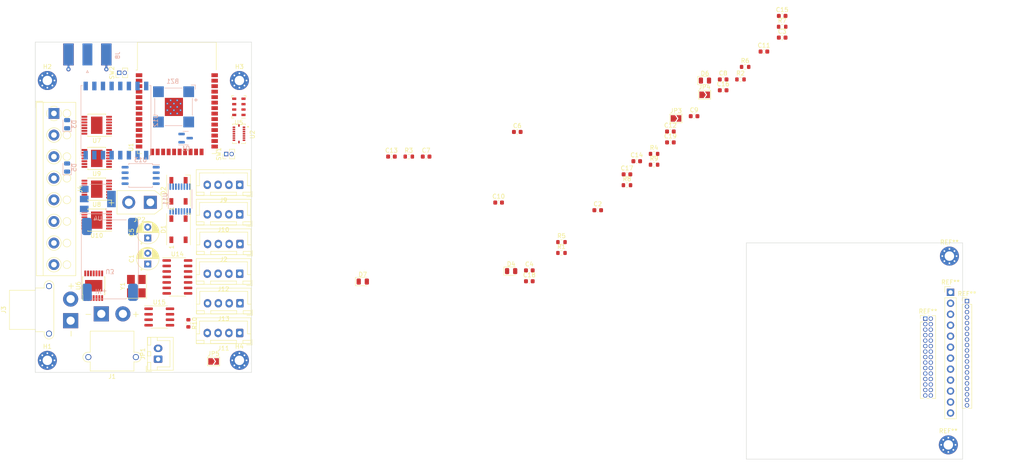
<source format=kicad_pcb>
(kicad_pcb (version 20211014) (generator pcbnew)
  (title_block (rev "1"))
  (layers (0 "F.Cu" signal "Front") (1 "In1.Cu" signal) (2 "In2.Cu" signal) (31 "B.Cu" signal "Back") (34 "B.Paste" user) (35 "F.Paste" user) (36 "B.SilkS" user "B.Silkscreen") (37 "F.SilkS" user "F.Silkscreen") (38 "B.Mask" user) (39 "F.Mask" user) (44 "Edge.Cuts" user))
  (net 0 "")
  (net 1 "+5V")
  (net 2 "Net-(BZ1-Pad2)")
  (net 3 "Earth")
  (net 4 "+BATT")
  (net 5 "/LORA_CS")
  (net 6 "VCC")
  (net 7 "+3V3")
  (net 8 "/CAN_CS")
  (net 9 "/FLASH_CS")
  (net 10 "/HSPI_SCK")
  (net 17 "/HSPI_MISO")
  (net 19 "/HSPI_MOSI")
  (net 20 "/GPS_TX")
  (net 21 "/BUZZER")
  (net 23 "/PYRO_1")
  (net 24 "/PYRO_2")
  (net 25 "/PYRO_3")
  (net 26 "/VBAT_SENSE")
  (net 27 "/GPS2_TX")
  (net 30 "/BOOTLOADER")
  (net 31 "/SCL")
  (net 33 "/SDA")
  (net 34 "/GPS2_RX")
  (net 35 "Net-(D1-Pad4)")
  (net 36 "Net-(R8-Pad2)")
  (net 39 "/GPS_RX")
  (net 40 "/VSPI_SCK")
  (net 41 "/VSPI_MISO")
  (net 43 "/LED_TX")
  (net 44 "/TELEM_RX")
  (net 45 "/TELEM_TX")
  (net 46 "/VSPI_MOSI")
  (net 47 "Net-(U2-Pad12)")
  (net 49 "/PYRO_4")
  (net 50 "/LORA_RESET")
  (net 51 "/EDDA_EN")
  (net 52 "/EDDA_PWR")
  (net 53 "Net-(C18-Pad1)")
  (net 54 "Net-(C19-Pad1)")
  (net 55 "Net-(D7-Pad1)")
  (net 56 "Net-(U12-Pad9)")
  (net 57 "/TM_RX")
  (net 58 "/TM_TX")
  (net 59 "/CAN_L")
  (net 60 "/CAN_H")
  (net 61 "Net-(JP1-Pad2)")
  (net 62 "/CAN_RX")
  (net 63 "/CAN_TX")
  (net 64 "Net-(JP5-Pad1)")
  (net 65 "/CURR_EN")
  (net 66 "/CURR_SENSE")
  (net 67 "/CAN_IRQ")
  (net 68 "/CURR_SEL")
  (net 73 "/CAN_MISC_PIN")
  (net 74 "Net-(U12-Pad1)")
  (net 78 "/LORA_IRQ")
  (net 86 "/PYRO_1_EN")
  (net 87 "/PYRO_3_EN")
  (net 88 "/PYRO_2_EN")
  (net 89 "/PYRO_4_EN")
  (net 90 "/SCL2")
  (net 91 "/SDA2")
  (footprint "Package_SO:Infineon_PG-TSDSO-14-22" (layer "F.Cu") (at 48.832887 91.72 180)
    (fp_text reference "U8" (at 0 -3.556) (layer "F.SilkS"))
    (fp_text value "BTN7030-1EPA")
    (pad "1" smd rect (at -2.85 -1.95 180) (size 1.31 0.45) (layers "F.Cu" "F.Paste" "F.Mask"))
    (pad "2" smd rect (at -2.85 -1.3 180) (size 1.31 0.45) (layers "F.Cu" "F.Paste" "F.Mask") (net 7 "+3V3"))
    (pad "3" smd rect (at -2.85 -0.65 180) (size 1.31 0.45) (layers "F.Cu" "F.Paste" "F.Mask") (net 3 "Earth"))
    (pad "4" smd rect (at -2.845 0 180) (size 1.31 0.45) (layers "F.Cu" "F.Paste" "F.Mask"))
    (pad "5" smd rect (at -2.85 0.65 180) (size 1.31 0.45) (layers "F.Cu" "F.Paste" "F.Mask"))
    (pad "6" smd rect (at -2.85 1.3 180) (size 1.31 0.45) (layers "F.Cu" "F.Paste" "F.Mask") (net 87 "/PYRO_3_EN"))
    (pad "7" smd rect (at -2.85 1.95 180) (size 1.31 0.45) (layers "F.Cu" "F.Paste" "F.Mask"))
    (pad "8" smd rect (at 2.85 1.95 180) (size 1.31 0.45) (layers "F.Cu" "F.Paste" "F.Mask") (net 25 "/PYRO_3"))
    (pad "9" smd rect (at 2.85 1.3 180) (size 1.31 0.45) (layers "F.Cu" "F.Paste" "F.Mask") (net 25 "/PYRO_3"))
    (pad "10" smd rect (at 2.85 0.65 180) (size 1.31 0.45) (layers "F.Cu" "F.Paste" "F.Mask") (net 25 "/PYRO_3"))
    (pad "11" smd rect (at 2.85 0 180) (size 1.31 0.45) (layers "F.Cu" "F.Paste" "F.Mask"))
    (pad "12" smd rect (at 2.85 -0.65 180) (size 1.31 0.45) (layers "F.Cu" "F.Paste" "F.Mask") (net 3 "Earth"))
    (pad "13" smd rect (at 2.85 -1.3 180) (size 1.31 0.45) (layers "F.Cu" "F.Paste" "F.Mask") (net 3 "Earth"))
    (pad "14" smd rect (at 2.85 -1.95 180) (size 1.31 0.45) (layers "F.Cu" "F.Paste" "F.Mask") (net 3 "Earth"))
    (pad "15" smd rect (at 0 0 180) (size 2.65 4) (layers "F.Cu" "F.Mask") (net 52 "/EDDA_PWR"))
  )
  (footprint "Connector_JST:JST_XH_B2B-XH-A_1x02_P2.50mm_Vertical" (layer "F.Cu") (at 63.039887 131.07 90)
    (fp_text reference "JP1" (at 1.25 -3.55 90) (layer "F.SilkS"))
    (fp_text value "power switch")
    (pad "1" thru_hole roundrect (at 0 0 90) (size 1.7 2) (drill 1) (layers *.Cu *.Mask) (roundrect_rratio 0.147059) (net 3 "Earth"))
    (pad "2" thru_hole oval (at 2.5 0 90) (size 1.7 2) (drill 1) (layers *.Cu *.Mask) (net 61 "Net-(JP1-Pad2)"))
  )
  (footprint "Capacitor_THT:CP_Radial_D5.0mm_P2.50mm" (layer "F.Cu") (at 60.643887 109.054113 90)
    (fp_text reference "C1" (at 1.25 -3.75 90) (layer "F.SilkS"))
    (fp_text value "vcc_cap")
    (pad "1" thru_hole rect (at 0 0 90) (size 1.6 1.6) (drill 0.8) (layers *.Cu *.Mask) (net 3 "Earth"))
    (pad "2" thru_hole circle (at 2.5 0 90) (size 1.6 1.6) (drill 0.8) (layers *.Cu *.Mask) (net 6 "VCC"))
  )
  (footprint "Connector_PinHeader_2.54mm:PinHeader_1x12_P2.54mm_Vertical" (layer "F.Cu") (at 246.444887 115.596)
    (fp_text reference "REF**" (at 0 -2.33) (layer "F.SilkS"))
    (fp_text value "PinHeader_1x12_P2.54mm_Vertical")
    (pad "1" thru_hole rect (at 0 0) (size 1.7 1.7) (drill 1) (layers *.Cu *.Mask))
    (pad "2" thru_hole oval (at 0 2.54) (size 1.7 1.7) (drill 1) (layers *.Cu *.Mask))
    (pad "3" thru_hole oval (at 0 5.08) (size 1.7 1.7) (drill 1) (layers *.Cu *.Mask))
    (pad "4" thru_hole oval (at 0 7.62) (size 1.7 1.7) (drill 1) (layers *.Cu *.Mask))
    (pad "5" thru_hole oval (at 0 10.16) (size 1.7 1.7) (drill 1) (layers *.Cu *.Mask))
    (pad "6" thru_hole oval (at 0 12.7) (size 1.7 1.7) (drill 1) (layers *.Cu *.Mask))
    (pad "7" thru_hole oval (at 0 15.24) (size 1.7 1.7) (drill 1) (layers *.Cu *.Mask))
    (pad "8" thru_hole oval (at 0 17.78) (size 1.7 1.7) (drill 1) (layers *.Cu *.Mask))
    (pad "9" thru_hole oval (at 0 20.32) (size 1.7 1.7) (drill 1) (layers *.Cu *.Mask))
    (pad "10" thru_hole oval (at 0 22.86) (size 1.7 1.7) (drill 1) (layers *.Cu *.Mask))
    (pad "11" thru_hole oval (at 0 25.4) (size 1.7 1.7) (drill 1) (layers *.Cu *.Mask))
    (pad "12" thru_hole oval (at 0 27.94) (size 1.7 1.7) (drill 1) (layers *.Cu *.Mask))
  )
  (footprint "Package_SO:SOIC-8_3.9x4.9mm_P1.27mm" (layer "F.Cu") (at 63.310887 121.311)
    (fp_text reference "U15" (at 0 -3.4) (layer "F.SilkS"))
    (fp_text value "SN65HVD230")
    (pad "1" smd roundrect (at -2.475 -1.905) (size 1.95 0.6) (layers "F.Cu" "F.Paste" "F.Mask") (net 63 "/CAN_TX"))
    (pad "2" smd roundrect (at -2.475 -0.635) (size 1.95 0.6) (layers "F.Cu" "F.Paste" "F.Mask") (net 3 "Earth"))
    (pad "3" smd roundrect (at -2.475 0.635) (size 1.95 0.6) (layers "F.Cu" "F.Paste" "F.Mask") (net 7 "+3V3"))
    (pad "4" smd roundrect (at -2.475 1.905) (size 1.95 0.6) (layers "F.Cu" "F.Paste" "F.Mask") (net 62 "/CAN_RX"))
    (pad "5" smd roundrect (at 2.475 1.905) (size 1.95 0.6) (layers "F.Cu" "F.Paste" "F.Mask") (net 73 "/CAN_MISC_PIN"))
    (pad "6" smd roundrect (at 2.475 0.635) (size 1.95 0.6) (layers "F.Cu" "F.Paste" "F.Mask") (net 59 "/CAN_L"))
    (pad "7" smd roundrect (at 2.475 -0.635) (size 1.95 0.6) (layers "F.Cu" "F.Paste" "F.Mask") (net 60 "/CAN_H"))
    (pad "8" smd roundrect (at 2.475 -1.905) (size 1.95 0.6) (layers "F.Cu" "F.Paste" "F.Mask") (net 3 "Earth"))
  )
  (footprint "Capacitor_SMD:C_0603_1608Metric" (layer "F.Cu") (at 146.167887 78.475)
    (fp_text reference "C6" (at 0 -1.43) (layer "F.SilkS"))
    (fp_text value "0.1u")
    (pad "1" smd roundrect (at -0.775 0) (size 0.9 0.95) (layers "F.Cu" "F.Paste" "F.Mask") (net 7 "+3V3"))
    (pad "2" smd roundrect (at 0.775 0) (size 0.9 0.95) (layers "F.Cu" "F.Paste" "F.Mask") (net 3 "Earth"))
  )
  (footprint "Capacitor_SMD:C_0603_1608Metric" (layer "F.Cu") (at 171.557887 88.295)
    (fp_text reference "C17" (at 0 -1.43) (layer "F.SilkS"))
    (fp_text value "0.1u")
    (pad "1" smd roundrect (at -0.775 0) (size 0.9 0.95) (layers "F.Cu" "F.Paste" "F.Mask") (net 4 "+BATT"))
    (pad "2" smd roundrect (at 0.775 0) (size 0.9 0.95) (layers "F.Cu" "F.Paste" "F.Mask") (net 3 "Earth"))
  )
  (footprint "Connector_PinHeader_1.27mm:PinHeader_1x02_P1.27mm_Vertical" (layer "F.Cu") (at 54.039887 64.796 90)
    (fp_text reference "SW2" (at 0 -1.695 90) (layer "F.SilkS"))
    (fp_text value "SW_SPST")
    (pad "1" thru_hole rect (at 0 0 90) (size 1 1) (drill 0.65) (layers *.Cu *.Mask) (net 3 "Earth"))
    (pad "2" thru_hole oval (at 0 1.27 90) (size 1 1) (drill 0.65) (layers *.Cu *.Mask) (net 36 "Net-(R8-Pad2)"))
  )
  (footprint "Connector_PinHeader_1.27mm:PinHeader_1x02_P1.27mm_Vertical" (layer "F.Cu") (at 78.789887 83.592 90)
    (fp_text reference "SW1" (at 0 -1.695 90) (layer "F.SilkS"))
    (fp_text value "SW_SPST")
    (pad "1" thru_hole rect (at 0 0 90) (size 1 1) (drill 0.65) (layers *.Cu *.Mask) (net 30 "/BOOTLOADER"))
    (pad "2" thru_hole oval (at 0 1.27 90) (size 1 1) (drill 0.65) (layers *.Cu *.Mask) (net 3 "Earth"))
  )
  (footprint "Connector_JST:JST_XH_B4B-XH-A_1x04_P2.50mm_Vertical" (layer "F.Cu") (at 81.919887 111.295 180)
    (fp_text reference "J12" (at 3.75 -3.55) (layer "F.SilkS"))
    (fp_text value "Conn_01x04")
    (pad "1" thru_hole roundrect (at 0 0 180) (size 1.7 1.95) (drill 0.95) (layers *.Cu *.Mask) (roundrect_rratio 0.147059) (net 3 "Earth"))
    (pad "2" thru_hole oval (at 2.5 0 180) (size 1.7 1.95) (drill 0.95) (layers *.Cu *.Mask) (net 59 "/CAN_L"))
    (pad "3" thru_hole oval (at 5 0 180) (size 1.7 1.95) (drill 0.95) (layers *.Cu *.Mask) (net 60 "/CAN_H"))
    (pad "4" thru_hole oval (at 7.5 0 180) (size 1.7 1.95) (drill 0.95) (layers *.Cu *.Mask) (net 1 "+5V"))
  )
  (footprint "Diode_SMD:D_0805_2012Metric" (layer "F.Cu") (at 189.607887 66.59)
    (fp_text reference "D6" (at 0 -1.65) (layer "F.SilkS"))
    (fp_text value "D_TVS")
    (pad "1" smd roundrect (at -0.9375 0) (size 0.975 1.4) (layers "F.Cu" "F.Paste" "F.Mask") (net 3 "Earth"))
    (pad "2" smd roundrect (at 0.9375 0) (size 0.975 1.4) (layers "F.Cu" "F.Paste" "F.Mask") (net 49 "/PYRO_4"))
  )
  (footprint "MountingHole:MountingHole_2.2mm_M2_Pad_Via" (layer "F.Cu") (at 37.402887 66.574)
    (fp_text reference "H2" (at 0 -3.2) (layer "F.SilkS"))
    (fp_text value "MountingHole_Pad")
    (pad "1" thru_hole circle (at 1.166726 1.166726) (size 0.7 0.7) (drill 0.4) (layers *.Cu *.Mask) (net 3 "Earth"))
    (pad "1" thru_hole circle (at 0 -1.65) (size 0.7 0.7) (drill 0.4) (layers *.Cu *.Mask) (net 3 "Earth"))
    (pad "1" thru_hole circle (at 0 1.65) (size 0.7 0.7) (drill 0.4) (layers *.Cu *.Mask) (net 3 "Earth"))
    (pad "1" thru_hole circle (at -1.65 0) (size 0.7 0.7) (drill 0.4) (layers *.Cu *.Mask) (net 3 "Earth"))
    (pad "1" thru_hole circle (at 1.65 0) (size 0.7 0.7) (drill 0.4) (layers *.Cu *.Mask) (net 3 "Earth"))
    (pad "1" thru_hole circle (at 0 0) (size 4.4 4.4) (drill 2.2) (layers *.Cu *.Mask) (net 3 "Earth"))
    (pad "1" thru_hole circle (at -1.166726 -1.166726) (size 0.7 0.7) (drill 0.4) (layers *.Cu *.Mask) (net 3 "Earth"))
    (pad "1" thru_hole circle (at 1.166726 -1.166726) (size 0.7 0.7) (drill 0.4) (layers *.Cu *.Mask) (net 3 "Earth"))
    (pad "1" thru_hole circle (at -1.166726 1.166726) (size 0.7 0.7) (drill 0.4) (layers *.Cu *.Mask) (net 3 "Earth"))
  )
  (footprint "Resistor_SMD:R_0603_1608Metric" (layer "F.Cu") (at 197.827887 66.325)
    (fp_text reference "R2" (at 0 -1.43) (layer "F.SilkS"))
    (fp_text value "2k2")
    (pad "1" smd roundrect (at -0.825 0) (size 0.8 0.95) (layers "F.Cu" "F.Paste" "F.Mask") (net 26 "/VBAT_SENSE"))
    (pad "2" smd roundrect (at 0.825 0) (size 0.8 0.95) (layers "F.Cu" "F.Paste" "F.Mask") (net 3 "Earth"))
  )
  (footprint "Resistor_SMD:R_0603_1608Metric" (layer "F.Cu") (at 177.827887 83.555)
    (fp_text reference "R4" (at 0 -1.43) (layer "F.SilkS"))
    (fp_text value "2.2k")
    (pad "1" smd roundrect (at -0.825 0) (size 0.8 0.95) (layers "F.Cu" "F.Paste" "F.Mask") (net 4 "+BATT"))
    (pad "2" smd roundrect (at 0.825 0) (size 0.8 0.95) (layers "F.Cu" "F.Paste" "F.Mask") (net 61 "Net-(JP1-Pad2)"))
  )
  (footprint "Connector_PinHeader_1.27mm:PinHeader_1x20_P1.27mm_Vertical" (layer "F.Cu") (at 250.254887 117.628)
    (fp_text reference "REF**" (at 0 -1.695) (layer "F.SilkS"))
    (fp_text value "PinHeader_1x20_P1.27mm_Vertical")
    (pad "1" thru_hole rect (at 0 0) (size 1 1) (drill 0.65) (layers *.Cu *.Mask))
    (pad "2" thru_hole oval (at 0 1.27) (size 1 1) (drill 0.65) (layers *.Cu *.Mask))
    (pad "3" thru_hole oval (at 0 2.54) (size 1 1) (drill 0.65) (layers *.Cu *.Mask))
    (pad "4" thru_hole oval (at 0 3.81) (size 1 1) (drill 0.65) (layers *.Cu *.Mask))
    (pad "5" thru_hole oval (at 0 5.08) (size 1 1) (drill 0.65) (layers *.Cu *.Mask))
    (pad "6" thru_hole oval (at 0 6.35) (size 1 1) (drill 0.65) (layers *.Cu *.Mask))
    (pad "7" thru_hole oval (at 0 7.62) (size 1 1) (drill 0.65) (layers *.Cu *.Mask))
    (pad "8" thru_hole oval (at 0 8.89) (size 1 1) (drill 0.65) (layers *.Cu *.Mask))
    (pad "9" thru_hole oval (at 0 10.16) (size 1 1) (drill 0.65) (layers *.Cu *.Mask))
    (pad "10" thru_hole oval (at 0 11.43) (size 1 1) (drill 0.65) (layers *.Cu *.Mask))
    (pad "11" thru_hole oval (at 0 12.7) (size 1 1) (drill 0.65) (layers *.Cu *.Mask))
    (pad "12" thru_hole oval (at 0 13.97) (size 1 1) (drill 0.65) (layers *.Cu *.Mask))
    (pad "13" thru_hole oval (at 0 15.24) (size 1 1) (drill 0.65) (layers *.Cu *.Mask))
    (pad "14" thru_hole oval (at 0 16.51) (size 1 1) (drill 0.65) (layers *.Cu *.Mask))
    (pad "15" thru_hole oval (at 0 17.78) (size 1 1) (drill 0.65) (layers *.Cu *.Mask))
    (pad "16" thru_hole oval (at 0 19.05) (size 1 1) (drill 0.65) (layers *.Cu *.Mask))
    (pad "17" thru_hole oval (at 0 20.32) (size 1 1) (drill 0.65) (layers *.Cu *.Mask))
    (pad "18" thru_hole oval (at 0 21.59) (size 1 1) (drill 0.65) (layers *.Cu *.Mask))
    (pad "19" thru_hole oval (at 0 22.86) (size 1 1) (drill 0.65) (layers *.Cu *.Mask))
    (pad "20" thru_hole oval (at 0 24.13) (size 1 1) (drill 0.65) (layers *.Cu *.Mask))
  )
  (footprint "MountingHole:MountingHole_2.2mm_M2_Pad_Via" (layer "F.Cu") (at 81.852887 131.344)
    (fp_text reference "H4" (at 0 -3.2) (layer "F.SilkS"))
    (fp_text value "MountingHole_Pad")
    (pad "1" thru_hole circle (at -1.166726 -1.166726) (size 0.7 0.7) (drill 0.4) (layers *.Cu *.Mask) (net 3 "Earth"))
    (pad "1" thru_hole circle (at 0 0) (size 4.4 4.4) (drill 2.2) (layers *.Cu *.Mask) (net 3 "Earth"))
    (pad "1" thru_hole circle (at -1.166726 1.166726) (size 0.7 0.7) (drill 0.4) (layers *.Cu *.Mask) (net 3 "Earth"))
    (pad "1" thru_hole circle (at 1.166726 1.166726) (size 0.7 0.7) (drill 0.4) (layers *.Cu *.Mask) (net 3 "Earth"))
    (pad "1" thru_hole circle (at 1.65 0) (size 0.7 0.7) (drill 0.4) (layers *.Cu *.Mask) (net 3 "Earth"))
    (pad "1" thru_hole circle (at 1.166726 -1.166726) (size 0.7 0.7) (drill 0.4) (layers *.Cu *.Mask) (net 3 "Earth"))
    (pad "1" thru_hole circle (at -1.65 0) (size 0.7 0.7) (drill 0.4) (layers *.Cu *.Mask) (net 3 "Earth"))
    (pad "1" thru_hole circle (at 0 1.65) (size 0.7 0.7) (drill 0.4) (layers *.Cu *.Mask) (net 3 "Earth"))
    (pad "1" thru_hole circle (at 0 -1.65) (size 0.7 0.7) (drill 0.4) (layers *.Cu *.Mask) (net 3 "Earth"))
  )
  (footprint "Capacitor_SMD:C_0603_1608Metric" (layer "F.Cu") (at 117.047887 84.185)
    (fp_text reference "C13" (at 0 -1.43) (layer "F.SilkS"))
    (fp_text value "0.1u")
    (pad "1" smd roundrect (at -0.775 0) (size 0.9 0.95) (layers "F.Cu" "F.Paste" "F.Mask") (net 7 "+3V3"))
    (pad "2" smd roundrect (at 0.775 0) (size 0.9 0.95) (layers "F.Cu" "F.Paste" "F.Mask") (net 3 "Earth"))
  )
  (footprint "Resistor_SMD:R_0603_1608Metric" (layer "F.Cu") (at 70.041887 122.772 -90)
    (fp_text reference "R10" (at 0 -1.43 90) (layer "F.SilkS"))
    (fp_text value "120")
    (pad "1" smd roundrect (at -0.825 0 270) (size 0.8 0.95) (layers "F.Cu" "F.Paste" "F.Mask") (net 64 "Net-(JP5-Pad1)"))
    (pad "2" smd roundrect (at 0.825 0 270) (size 0.8 0.95) (layers "F.Cu" "F.Paste" "F.Mask") (net 59 "/CAN_L"))
  )
  (footprint "Jumper:SolderJumper-2_P1.3mm_Open_TrianglePad1.0x1.5mm" (layer "F.Cu") (at 75.883887 131.598)
    (fp_text reference "JP5" (at 0 -1.8) (layer "F.SilkS"))
    (fp_text value "SolderJumper_2_Open")
    (pad "1" smd custom (at -0.725 0) (size 0.3 0.3) (layers "F.Cu" "F.Mask") (net 64 "Net-(JP5-Pad1)") (options (clearance outline) (anchor rect)) (primitives (gr_poly (pts (xy 1 0) (xy 0.5 0.75) (xy -0.5 0.75) (xy -0.5 -0.75) (xy 0.5 -0.75)) (width 0) (fill yes))))
    (pad "2" smd custom (at 0.725 0) (size 0.3 0.3) (layers "F.Cu" "F.Mask") (net 60 "/CAN_H") (options (clearance outline) (anchor rect)) (primitives (gr_poly (pts (xy 0.5 0.75) (xy -0.65 0.75) (xy -0.15 0) (xy -0.65 -0.75) (xy 0.5 -0.75)) (width 0) (fill yes))))
  )
  (footprint "Connector_AMASS:AMASS_XT30PW-M_1x02_P2.50mm_Horizontal" (layer "F.Cu") (at 49.888887 120.589 180)
    (fp_text reference "J1" (at -2.5 -14.5 180) (layer "F.SilkS"))
    (fp_text value "xt30")
    (fp_text user "-" (at 3 0 180) (layer "F.SilkS") (effects (font (size 1.5 1.5))))
    (fp_text user "+" (at -8 0 180) (layer "F.SilkS") (effects (font (size 1.5 1.5))))
    (pad "" thru_hole circle (at 3 -10 180) (size 1.4 1.4) (drill 1) (layers *.Cu *.Mask))
    (pad "" thru_hole circle (at -8 -10 180) (size 1.4 1.4) (drill 1) (layers *.Cu *.Mask))
    (pad "1" thru_hole rect (at 0 0 180) (size 3.5 3.5) (drill 1.9) (layers *.Cu *.Mask) (net 3 "Earth"))
    (pad "2" thru_hole circle (at -5 0 180) (size 3.5 3.5) (drill 1.9) (layers *.Cu *.Mask) (net 4 "+BATT"))
  )
  (footprint "Jumper:SolderJumper-2_P1.3mm_Open_TrianglePad1.0x1.5mm" (layer "F.Cu") (at 189.537887 69.885)
    (fp_text reference "JP4" (at 0 -1.8) (layer "F.SilkS"))
    (fp_text value "SolderJumper_2_Open")
    (pad "1" smd custom (at -0.725 0) (size 0.3 0.3) (layers "F.Cu" "F.Mask") (net 63 "/CAN_TX") (options (clearance outline) (anchor rect)) (primitives (gr_poly (pts (xy 1 0) (xy 0.5 0.75) (xy -0.5 0.75) (xy -0.5 -0.75) (xy 0.5 -0.75)) (width 0) (fill yes))))
    (pad "2" smd custom (at 0.725 0) (size 0.3 0.3) (layers "F.Cu" "F.Mask") (net 40 "/VSPI_SCK") (options (clearance outline) (anchor rect)) (primitives (gr_poly (pts (xy 0.5 0.75) (xy -0.65 0.75) (xy -0.15 0) (xy -0.65 -0.75) (xy 0.5 -0.75)) (width 0) (fill yes))))
  )
  (footprint "Package_SO:Infineon_PG-TSDSO-14-22" (layer "F.Cu") (at 48.832887 76.929 180)
    (fp_text reference "U7" (at 0 -3.556) (layer "F.SilkS"))
    (fp_text value "BTN7030-1EPA")
    (pad "1" smd rect (at -2.85 -1.95 180) (size 1.31 0.45) (layers "F.Cu" "F.Paste" "F.Mask"))
    (pad "2" smd rect (at -2.85 -1.3 180) (size 1.31 0.45) (layers "F.Cu" "F.Paste" "F.Mask") (net 7 "+3V3"))
    (pad "3" smd rect (at -2.85 -0.65 180) (size 1.31 0.45) (layers "F.Cu" "F.Paste" "F.Mask") (net 3 "Earth"))
    (pad "4" smd rect (at -2.845 0 180) (size 1.31 0.45) (layers "F.Cu" "F.Paste" "F.Mask"))
    (pad "5" smd rect (at -2.85 0.65 180) (size 1.31 0.45) (layers "F.Cu" "F.Paste" "F.Mask"))
    (pad "6" smd rect (at -2.85 1.3 180) (size 1.31 0.45) (layers "F.Cu" "F.Paste" "F.Mask") (net 86 "/PYRO_1_EN"))
    (pad "7" smd rect (at -2.85 1.95 180) (size 1.31 0.45) (layers "F.Cu" "F.Paste" "F.Mask"))
    (pad "8" smd rect (at 2.85 1.95 180) (size 1.31 0.45) (layers "F.Cu" "F.Paste" "F.Mask") (net 23 "/PYRO_1"))
    (pad "9" smd rect (at 2.85 1.3 180) (size 1.31 0.45) (layers "F.Cu" "F.Paste" "F.Mask") (net 23 "/PYRO_1"))
    (pad "10" smd rect (at 2.85 0.65 180) (size 1.31 0.45) (layers "F.Cu" "F.Paste" "F.Mask") (net 23 "/PYRO_1"))
    (pad "11" smd rect (at 2.85 0 180) (size 1.31 0.45) (layers "F.Cu" "F.Paste" "F.Mask"))
    (pad "12" smd rect (at 2.85 -0.65 180) (size 1.31 0.45) (layers "F.Cu" "F.Paste" "F.Mask") (net 3 "Earth"))
    (pad "13" smd rect (at 2.85 -1.3 180) (size 1.31 0.45) (layers "F.Cu" "F.Paste" "F.Mask") (net 3 "Earth"))
    (pad "14" smd rect (at 2.85 -1.95 180) (size 1.31 0.45) (layers "F.Cu" "F.Paste" "F.Mask") (net 3 "Earth"))
    (pad "15" smd rect (at 0 0 180) (size 2.65 4) (layers "F.Cu" "F.Mask") (net 52 "/EDDA_PWR"))
  )
  (footprint "Package_SO:SOIC-14_3.9x8.7mm_P1.27mm" (layer "F.Cu") (at 67.501887 112.04)
    (fp_text reference "U14" (at 0 -5.28) (layer "F.SilkS"))
    (fp_text value "MCP2517FD-xSL")
    (pad "1" smd roundrect (at -2.475 -3.81) (size 1.95 0.6) (layers "F.Cu" "F.Paste" "F.Mask") (net 63 "/CAN_TX"))
    (pad "2" smd roundrect (at -2.475 -2.54) (size 1.95 0.6) (layers "F.Cu" "F.Paste" "F.Mask") (net 62 "/CAN_RX"))
    (pad "3" smd roundrect (at -2.475 -1.27) (size 1.95 0.6) (layers "F.Cu" "F.Paste" "F.Mask"))
    (pad "4" smd roundrect (at -2.475 0) (size 1.95 0.6) (layers "F.Cu" "F.Paste" "F.Mask") (net 67 "/CAN_IRQ"))
    (pad "5" smd roundrect (at -2.475 1.27) (size 1.95 0.6) (layers "F.Cu" "F.Paste" "F.Mask") (net 53 "Net-(C18-Pad1)"))
    (pad "6" smd roundrect (at -2.475 2.54) (size 1.95 0.6) (layers "F.Cu" "F.Paste" "F.Mask") (net 54 "Net-(C19-Pad1)"))
    (pad "7" smd roundrect (at -2.475 3.81) (size 1.95 0.6) (layers "F.Cu" "F.Paste" "F.Mask"))
    (pad "8" smd roundrect (at 2.475 3.81) (size 1.95 0.6) (layers "F.Cu" "F.Paste" "F.Mask"))
    (pad "9" smd roundrect (at 2.475 2.54) (size 1.95 0.6) (layers "F.Cu" "F.Paste" "F.Mask"))
    (pad "10" smd roundrect (at 2.475 1.27) (size 1.95 0.6) (layers "F.Cu" "F.Paste" "F.Mask") (net 40 "/VSPI_SCK"))
    (pad "11" smd roundrect (at 2.475 0) (size 1.95 0.6) (layers "F.Cu" "F.Paste" "F.Mask") (net 46 "/VSPI_MOSI"))
    (pad "12" smd roundrect (at 2.475 -1.27) (size 1.95 0.6) (layers "F.Cu" "F.Paste" "F.Mask") (net 41 "/VSPI_MISO"))
    (pad "13" smd roundrect (at 2.475 -2.54) (size 1.95 0.6) (layers "F.Cu" "F.Paste" "F.Mask") (net 8 "/CAN_CS"))
    (pad "14" smd roundrect (at 2.475 -3.81) (size 1.95 0.6) (layers "F.Cu" "F.Paste" "F.Mask"))
  )
  (footprint "Package_SO:Infineon_PG-TSDSO-14-22" (layer "F.Cu") (at 48.129887 114.072 90)
    (fp_text reference "U6" (at 0 -3.556 90) (layer "F.SilkS"))
    (fp_text value "BTS70802")
    (pad "1" smd rect (at -2.85 -1.95 90) (size 1.31 0.45) (layers "F.Cu" "F.Paste" "F.Mask") (net 3 "Earth"))
    (pad "2" smd rect (at -2.85 -1.3 90) (size 1.31 0.45) (layers "F.Cu" "F.Paste" "F.Mask") (net 51 "/EDDA_EN"))
    (pad "3" smd rect (at -2.85 -0.65 90) (size 1.31 0.45) (layers "F.Cu" "F.Paste" "F.Mask") (net 65 "/CURR_EN"))
    (pad "4" smd rect (at -2.845 0 90) (size 1.31 0.45) (layers "F.Cu" "F.Paste" "F.Mask") (net 66 "/CURR_SENSE"))
    (pad "5" smd rect (at -2.85 0.65 90) (size 1.31 0.45) (layers "F.Cu" "F.Paste" "F.Mask") (net 68 "/CURR_SEL"))
    (pad "6" smd rect (at -2.85 1.3 90) (size 1.31 0.45) (layers "F.Cu" "F.Paste" "F.Mask") (net 61 "Net-(JP1-Pad2)"))
    (pad "7" smd rect (at -2.85 1.95 90) (size 1.31 0.45) (layers "F.Cu" "F.Paste" "F.Mask"))
    (pad "8" smd rect (at 2.85 1.95 90) (size 1.31 0.45) (layers "F.Cu" "F.Paste" "F.Mask") (net 6 "VCC"))
    (pad "9" smd rect (at 2.85 1.3 90) (size 1.31 0.45) (layers "F.Cu" "F.Paste" "F.Mask") (net 6 "VCC"))
    (pad "10" smd rect (at 2.85 0.65 90) (size 1.31 0.45) (layers "F.Cu" "F.Paste" "F.Mask") (net 6 "VCC"))
    (pad "11" smd rect (at 2.85 0 90) (size 1.31 0.45) (layers "F.Cu" "F.Paste" "F.Mask"))
    (pad "12" smd rect (at 2.85 -0.65 90) (size 1.31 0.45) (layers "F.Cu" "F.Paste" "F.Mask") (net 52 "/EDDA_PWR"))
    (pad "13" smd rect (at 2.85 -1.3 90) (size 1.31 0.45) (layers "F.Cu" "F.Paste" "F.Mask") (net 52 "/EDDA_PWR"))
    (pad "14" smd rect (at 2.85 -1.95 90) (size 1.31 0.45) (layers "F.Cu" "F.Paste" "F.Mask") (net 52 "/EDDA_PWR"))
    (pad "15" smd rect (at 0 0 90) (size 2.65 4) (layers "F.Cu" "F.Mask") (net 4 "+BATT"))
  )
  (footprint "Capacitor_SMD:C_0603_1608Metric" (layer "F.Cu") (at 173.817887 85.255)
    (fp_text reference "C14" (at 0 -1.43) (layer "F.SilkS"))
    (fp_text value "0.1u")
    (pad "1" smd roundrect (at -0.775 0) (size 0.9 0.95) (layers "F.Cu" "F.Paste" "F.Mask") (net 7 "+3V3"))
    (pad "2" smd roundrect (at 0.775 0) (size 0.9 0.95) (layers "F.Cu" "F.Paste" "F.Mask") (net 3 "Earth"))
  )
  (footprint "Resistor_SMD:R_0603_1608Metric" (layer "F.Cu") (at 177.827887 86.065)
    (fp_text reference "R9" (at 0 -1.43) (layer "F.SilkS"))
    (fp_text value "300")
    (pad "1" smd roundrect (at -0.825 0) (size 0.8 0.95) (layers "F.Cu" "F.Paste" "F.Mask") (net 65 "/CURR_EN"))
    (pad "2" smd roundrect (at 0.825 0) (size 0.8 0.95) (layers "F.Cu" "F.Paste" "F.Mask") (net 3 "Earth"))
  )
  (footprint "Connector_PinHeader_1.27mm:PinHeader_2x15_P1.27mm_Vertical" (layer "F.Cu") (at 240.602887 121.692)
    (fp_text reference "REF**" (at 0.635 -1.695) (layer "F.SilkS"))
    (fp_text value "PinHeader_2x15_P1.27mm_Vertical")
    (pad "1" thru_hole rect (at 0 0) (size 1 1) (drill 0.65) (layers *.Cu *.Mask))
    (pad "2" thru_hole oval (at 1.27 0) (size 1 1) (drill 0.65) (layers *.Cu *.Mask))
    (pad "3" thru_hole oval (at 0 1.27) (size 1 1) (drill 0.65) (layers *.Cu *.Mask))
    (pad "4" thru_hole oval (at 1.27 1.27) (size 1 1) (drill 0.65) (layers *.Cu *.Mask))
    (pad "5" thru_hole oval (at 0 2.54) (size 1 1) (drill 0.65) (layers *.Cu *.Mask))
    (pad "6" thru_hole oval (at 1.27 2.54) (size 1 1) (drill 0.65) (layers *.Cu *.Mask))
    (pad "7" thru_hole oval (at 0 3.81) (size 1 1) (drill 0.65) (layers *.Cu *.Mask))
    (pad "8" thru_hole oval (at 1.27 3.81) (size 1 1) (drill 0.65) (layers *.Cu *.Mask))
    (pad "9" thru_hole oval (at 0 5.08) (size 1 1) (drill 0.65) (layers *.Cu *.Mask))
    (pad "10" thru_hole oval (at 1.27 5.08) (size 1 1) (drill 0.65) (layers *.Cu *.Mask))
    (pad "11" thru_hole oval (at 0 6.35) (size 1 1) (drill 0.65) (layers *.Cu *.Mask))
    (pad "12" thru_hole oval (at 1.27 6.35) (size 1 1) (drill 0.65) (layers *.Cu *.Mask))
    (pad "13" thru_hole oval (at 0 7.62) (size 1 1) (drill 0.65) (layers *.Cu *.Mask))
    (pad "14" thru_hole oval (at 1.27 7.62) (size 1 1) (drill 0.65) (layers *.Cu *.Mask))
    (pad "15" thru_hole oval (at 0 8.89) (size 1 1) (drill 0.65) (layers *.Cu *.Mask))
    (pad "16" thru_hole oval (at 1.27 8.89) (size 1 1) (drill 0.65) (layers *.Cu *.Mask))
    (pad "17" thru_hole oval (at 0 10.16) (size 1 1) (drill 0.65) (layers *.Cu *.Mask))
    (pad "18" thru_hole oval (at 1.27 10.16) (size 1 1) (drill 0.65) (layers *.Cu *.Mask))
    (pad "19" thru_hole oval (at 0 11.43) (size 1 1) (drill 0.65) (layers *.Cu *.Mask))
    (pad "20" thru_hole oval (at 1.27 11.43) (size 1 1) (drill 0.65) (layers *.Cu *.Mask))
    (pad "21" thru_hole oval (at 0 12.7) (size 1 1) (drill 0.65) (layers *.Cu *.Mask))
    (pad "22" thru_hole oval (at 1.27 12.7) (size 1 1) (drill 0.65) (layers *.Cu *.Mask))
    (pad "23" thru_hole oval (at 0 13.97) (size 1 1) (drill 0.65) (layers *.Cu *.Mask))
    (pad "24" thru_hole oval (at 1.27 13.97) (size 1 1) (drill 0.65) (layers *.Cu *.Mask))
    (pad "25" thru_hole oval (at 0 15.24) (size 1 1) (drill 0.65) (layers *.Cu *.Mask))
    (pad "26" thru_hole oval (at 1.27 15.24) (size 1 1) (drill 0.65) (layers *.Cu *.Mask))
    (pad "27" thru_hole oval (at 0 16.51) (size 1 1) (drill 0.65) (layers *.Cu *.Mask))
    (pad "28" thru_hole oval (at 1.27 16.51) (size 1 1) (drill 0.65) (layers *.Cu *.Mask))
    (pad "29" thru_hole oval (at 0 17.78) (size 1 1) (drill 0.65) (layers *.Cu *.Mask))
    (pad "30" thru_hole oval (at 1.27 17.78) (size 1 1) (drill 0.65) (layers *.Cu *.Mask))
  )
  (footprint "Diode_SMD:D_0805_2012Metric" (layer "F.Cu") (at 144.747887 110.69)
    (fp_text reference "D4" (at 0 -1.65) (layer "F.SilkS"))
    (fp_text value "D_TVS")
    (pad "1" smd roundrect (at -0.9375 0) (size 0.975 1.4) (layers "F.Cu" "F.Paste" "F.Mask") (net 3 "Earth"))
    (pad "2" smd roundrect (at 0.9375 0) (size 0.975 1.4) (layers "F.Cu" "F.Paste" "F.Mask") (net 25 "/PYRO_3"))
  )
  (footprint "Resistor_SMD:R_0603_1608Metric" (layer "F.Cu") (at 156.397887 106.485)
    (fp_text reference "R1" (at 0 -1.43) (layer "F.SilkS"))
    (fp_text value "10k")
    (pad "1" smd roundrect (at -0.825 0) (size 0.8 0.95) (layers "F.Cu" "F.Paste" "F.Mask") (net 4 "+BATT"))
    (pad "2" smd roundrect (at 0.825 0) (size 0.8 0.95) (layers "F.Cu" "F.Paste" "F.Mask") (net 26 "/VBAT_SENSE"))
  )
  (footprint "Jumper:SolderJumper-2_P1.3mm_Open_TrianglePad1.0x1.5mm" (layer "F.Cu") (at 182.907887 75.355)
    (fp_text reference "JP3" (at 0 -1.8) (layer "F.SilkS"))
    (fp_text value "SolderJumper_2_Open")
    (pad "1" smd custom (at -0.725 0) (size 0.3 0.3) (layers "F.Cu" "F.Mask") (net 62 "/CAN_RX") (options (clearance outline) (anchor rect)) (primitives (gr_poly (pts (xy 1 0) (xy 0.5 0.75) (xy -0.5 0.75) (xy -0.5 -0.75) (xy 0.5 -0.75)) (width 0) (fill yes))))
    (pad "2" smd custom (at 0.725 0) (size 0.3 0.3) (layers "F.Cu" "F.Mask") (net 41 "/VSPI_MISO") (options (clearance outline) (anchor rect)) (primitives (gr_poly (pts (xy 0.5 0.75) (xy -0.65 0.75) (xy -0.15 0) (xy -0.65 -0.75) (xy 0.5 -0.75)) (width 0) (fill yes))))
  )
  (footprint "TerminalBlock_RND:TerminalBlock_RND_205-00007_1x08_P5.00mm_Horizontal" (layer "F.Cu") (at 38.926887 74.194 -90)
    (fp_text reference "J4" (at 17.5 -6.06 90) (layer "F.SilkS"))
    (fp_text value "Conn_01x08")
    (pad "1" thru_hole rect (at 0 0 270) (size 2.5 2.5) (drill 1.3) (layers *.Cu *.Mask) (net 23 "/PYRO_1"))
    (pad "2" thru_hole circle (at 5 0 270) (size 2.5 2.5) (drill 1.3) (layers *.Cu *.Mask) (net 3 "Earth"))
    (pad "3" thru_hole circle (at 10 0 270) (size 2.5 2.5) (drill 1.3) (layers *.Cu *.Mask) (net 24 "/PYRO_2"))
    (pad "4" thru_hole circle (at 15 0 270) (size 2.5 2.5) (drill 1.3) (layers *.Cu *.Mask) (net 3 "Earth"))
    (pad "5" thru_hole circle (at 20 0 270) (size 2.5 2.5) (drill 1.3) (layers *.Cu *.Mask) (net 25 "/PYRO_3"))
    (pad "6" thru_hole circle (at 25 0 270) (size 2.5 2.5) (drill 1.3) (layers *.Cu *.Mask) (net 3 "Earth"))
    (pad "7" thru_hole circle (at 30 0 270) (size 2.5 2.5) (drill 1.3) (layers *.Cu *.Mask) (net 49 "/PYRO_4"))
    (pad "8" thru_hole circle (at 35 0 270) (size 2.5 2.5) (drill 1.3) (layers *.Cu *.Mask) (net 3 "Earth"))
  )
  (footprint "Capacitor_SMD:C_0603_1608Metric" (layer "F.Cu") (at 207.477887 51.625)
    (fp_text reference "C15" (at 0 -1.43) (layer "F.SilkS"))
    (fp_text value "0.1u")
    (pad "1" smd roundrect (at -0.775 0) (size 0.9 0.95) (layers "F.Cu" "F.Paste" "F.Mask") (net 7 "+3V3"))
    (pad "2" smd roundrect (at 0.775 0) (size 0.9 0.95) (layers "F.Cu" "F.Paste" "F.Mask") (net 3 "Earth"))
  )
  (footprint "Package_LGA:LGA-8_3x5mm_P1.25mm" (layer "F.Cu") (at 81.725887 72.67 180)
    (fp_text reference "U5" (at 0 -3.65) (layer "F.SilkS"))
    (fp_text value "MS5611-01BA")
    (pad "1" smd rect (at -1.075 -1.875 180) (size 0.95 0.55) (layers "F.Cu" "F.Paste" "F.Mask") (net 7 "+3V3"))
    (pad "2" smd rect (at -1.075 -0.625 180) (size 0.95 0.55) (layers "F.Cu" "F.Paste" "F.Mask") (net 7 "+3V3"))
    (pad "3" smd rect (at -1.075 0.625 180) (size 0.95 0.55) (layers "F.Cu" "F.Paste" "F.Mask") (net 3 "Earth"))
    (pad "4" smd rect (at -1.075 1.875 180) (size 0.95 0.55) (layers "F.Cu" "F.Paste" "F.Mask") (net 3 "Earth"))
    (pad "5" smd rect (at 1.075 1.875 180) (size 0.95 0.55) (layers "F.Cu" "F.Paste" "F.Mask") (net 3 "Earth"))
    (pad "6" smd rect (at 1.075 0.625 180) (size 0.95 0.55) (layers "F.Cu" "F.Paste" "F.Mask"))
    (pad "7" smd rect (at 1.075 -0.625 180) (size 0.95 0.55) (layers "F.Cu" "F.Paste" "F.Mask") (net 33 "/SDA"))
    (pad "8" smd rect (at 1.075 -1.875 180) (size 0.95 0.55) (layers "F.Cu" "F.Paste" "F.Mask") (net 31 "/SCL"))
  )
  (footprint "MountingHole:MountingHole_2.2mm_M2_Pad_Via" (layer "F.Cu") (at 81.852887 66.574)
    (fp_text reference "H3" (at 0 -3.2) (layer "F.SilkS"))
    (fp_text value "MountingHole_Pad")
    (pad "1" thru_hole circle (at 0 1.65) (size 0.7 0.7) (drill 0.4) (layers *.Cu *.Mask) (net 3 "Earth"))
    (pad "1" thru_hole circle (at 0 -1.65) (size 0.7 0.7) (drill 0.4) (layers *.Cu *.Mask) (net 3 "Earth"))
    (pad "1" thru_hole circle (at -1.65 0) (size 0.7 0.7) (drill 0.4) (layers *.Cu *.Mask) (net 3 "Earth"))
    (pad "1" thru_hole circle (at 1.65 0) (size 0.7 0.7) (drill 0.4) (layers *.Cu *.Mask) (net 3 "Earth"))
    (pad "1" thru_hole circle (at 1.166726 -1.166726) (size 0.7 0.7) (drill 0.4) (layers *.Cu *.Mask) (net 3 "Earth"))
    (pad "1" thru_hole circle (at -1.166726 -1.166726) (size 0.7 0.7) (drill 0.4) (layers *.Cu *.Mask) (net 3 "Earth"))
    (pad "1" thru_hole circle (at -1.166726 1.166726) (size 0.7 0.7) (drill 0.4) (layers *.Cu *.Mask) (net 3 "Earth"))
    (pad "1" thru_hole circle (at 0 0) (size 4.4 4.4) (drill 2.2) (layers *.Cu *.Mask) (net 3 "Earth"))
    (pad "1" thru_hole circle (at 1.166726 1.166726) (size 0.7 0.7) (drill 0.4) (layers *.Cu *.Mask) (net 3 "Earth"))
  )
  (footprint "Connector_JST:JST_XH_B4B-XH-A_1x04_P2.50mm_Vertical" (layer "F.Cu") (at 81.979887 104.42 180)
    (fp_text reference "J2" (at 3.75 -3.55) (layer "F.SilkS"))
    (fp_text value "Conn_01x04")
    (pad "1" thru_hole roundrect (at 0 0 180) (size 1.7 1.95) (drill 0.95) (layers *.Cu *.Mask) (roundrect_rratio 0.147059) (net 3 "Earth"))
    (pad "2" thru_hole oval (at 2.5 0 180) (size 1.7 1.95) (drill 0.95) (layers *.Cu *.Mask) (net 39 "/GPS_RX"))
    (pad "3" thru_hole oval (at 5 0 180) (size 1.7 1.95) (drill 0.95) (layers *.Cu *.Mask) (net 20 "/GPS_TX"))
    (pad "4" thru_hole oval (at 7.5 0 180) (size 1.7 1.95) (drill 0.95) (layers *.Cu *.Mask) (net 1 "+5V"))
  )
  (footprint "Resistor_SMD:R_0603_1608Metric" (layer "F.Cu") (at 156.397887 103.975)
    (fp_text reference "R5" (at 0 -1.43) (layer "F.SilkS"))
    (fp_text value "300")
    (pad "1" smd roundrect (at -0.825 0) (size 0.8 0.95) (layers "F.Cu" "F.Paste" "F.Mask") (net 55 "Net-(D7-Pad1)"))
    (pad "2" smd roundrect (at 0.825 0) (size 0.8 0.95) (layers "F.Cu" "F.Paste" "F.Mask") (net 3 "Earth"))
  )
  (footprint "Package_SO:Infineon_PG-TSDSO-14-22" (layer "F.Cu") (at 48.832887 98.891 180)
    (fp_text reference "U10" (at 0 -3.556) (layer "F.SilkS"))
    (fp_text value "BTN7030-1EPA")
    (pad "1" smd rect (at -2.85 -1.95 180) (size 1.31 0.45) (layers "F.Cu" "F.Paste" "F.Mask"))
    (pad "2" smd rect (at -2.85 -1.3 180) (size 1.31 0.45) (layers "F.Cu" "F.Paste" "F.Mask") (net 7 "+3V3"))
    (pad "3" smd rect (at -2.85 -0.65 180) (size 1.31 0.45) (layers "F.Cu" "F.Paste" "F.Mask") (net 3 "Earth"))
    (pad "4" smd rect (at -2.845 0 180) (size 1.31 0.45) (layers "F.Cu" "F.Paste" "F.Mask"))
    (pad "5" smd rect (at -2.85 0.65 180) (size 1.31 0.45) (layers "F.Cu" "F.Paste" "F.Mask"))
    (pad "6" smd rect (at -2.85 1.3 180) (size 1.31 0.45) (layers "F.Cu" "F.Paste" "F.Mask") (net 89 "/PYRO_4_EN"))
    (pad "7" smd rect (at -2.85 1.95 180) (size 1.31 0.45) (layers "F.Cu" "F.Paste" "F.Mask"))
    (pad "8" smd rect (at 2.85 1.95 180) (size 1.31 0.45) (layers "F.Cu" "F.Paste" "F.Mask") (net 49 "/PYRO_4"))
    (pad "9" smd rect (at 2.85 1.3 180) (size 1.31 0.45) (layers "F.Cu" "F.Paste" "F.Mask") (net 49 "/PYRO_4"))
    (pad "10" smd rect (at 2.85 0.65 180) (size 1.31 0.45) (layers "F.Cu" "F.Paste" "F.Mask") (net 49 "/PYRO_4"))
    (pad "11" smd rect (at 2.85 0 180) (size 1.31 0.45) (layers "F.Cu" "F.Paste" "F.Mask"))
    (pad "12" smd rect (at 2.85 -0.65 180) (size 1.31 0.45) (layers "F.Cu" "F.Paste" "F.Mask") (net 3 "Earth"))
    (pad "13" smd rect (at 2.85 -1.3 180) (size 1.31 0.45) (layers "F.Cu" "F.Paste" "F.Mask") (net 3 "Earth"))
    (pad "14" smd rect (at 2.85 -1.95 180) (size 1.31 0.45) (layers "F.Cu" "F.Paste" "F.Mask") (net 3 "Earth"))
    (pad "15" smd rect (at 0 0 180) (size 2.65 4) (layers "F.Cu" "F.Mask") (net 52 "/EDDA_PWR"))
  )
  (footprint "Connector_AMASS:AMASS_XT30UPB-F_1x02_P5.0mm_Vertical" (layer "F.Cu") (at 61.238887 94.768 180)
    (fp_text reference "JP2" (at 2.5 -4) (layer "F.SilkS"))
    (fp_text value "pyro_arm")
    (fp_text user "-" (at -4 0) (layer "F.SilkS") (effects (font (size 1.5 1.5))))
    (fp_text user "+" (at 9 0) (layer "F.SilkS") (effects (font (size 1.5 1.5))))
    (pad "1" thru_hole rect (at 0 0 180) (size 3 3) (drill 1.8) (layers *.Cu *.Mask) (net 3 "Earth"))
    (pad "2" thru_hole circle (at 5 0 180) (size 3 3) (drill 1.8) (layers *.Cu *.Mask) (net 52 "/EDDA_PWR"))
  )
  (footprint "Connector_JST:JST_XH_B4B-XH-A_1x04_P2.50mm_Vertical" (layer "F.Cu") (at 81.979887 118.136 180)
    (fp_text reference "J13" (at 3.75 -3.55) (layer "F.SilkS"))
    (fp_text value "Conn_01x04")
    (pad "1" thru_hole roundrect (at 0 0 180) (size 1.7 1.95) (drill 0.95) (layers *.Cu *.Mask) (roundrect_rratio 0.147059) (net 3 "Earth"))
    (pad "2" thru_hole oval (at 2.5 0 180) (size 1.7 1.95) (drill 0.95) (layers *.Cu *.Mask) (net 59 "/CAN_L"))
    (pad "3" thru_hole oval (at 5 0 180) (size 1.7 1.95) (drill 0.95) (layers *.Cu *.Mask) (net 60 "/CAN_H"))
    (pad "4" thru_hole oval (at 7.5 0 180) (size 1.7 1.95) (drill 0.95) (layers *.Cu *.Mask) (net 1 "+5V"))
  )
  (footprint "Capacitor_SMD:C_0603_1608Metric" (layer "F.Cu") (at 164.787887 96.595)
    (fp_text reference "C2" (at 0 -1.43) (layer "F.SilkS"))
    (fp_text value "4.7u")
    (pad "1" smd roundrect (at -0.775 0) (size 0.9 0.95) (layers "F.Cu" "F.Paste" "F.Mask") (net 3 "Earth"))
    (pad "2" smd roundrect (at 0.775 0) (size 0.9 0.95) (layers "F.Cu" "F.Paste" "F.Mask") (net 1 "+5V"))
  )
  (footprint "Capacitor_SMD:C_0603_1608Metric" (layer "F.Cu") (at 203.257887 59.875)
    (fp_text reference "C11" (at 0 -1.43) (layer "F.SilkS"))
    (fp_text value "0.1u")
    (pad "1" smd roundrect (at -0.775 0) (size 0.9 0.95) (layers "F.Cu" "F.Paste" "F.Mask") (net 7 "+3V3"))
    (pad "2" smd roundrect (at 0.775 0) (size 0.9 0.95) (layers "F.Cu" "F.Paste" "F.Mask") (net 3 "Earth"))
  )
  (footprint "RF_Module:ESP32-WROOM-32" (layer "F.Cu") (at 67.374887 73.597)
    (fp_text reference "U1" (at -10.61 8.43 90) (layer "F.SilkS"))
    (fp_text value "ESP32-WROOM-32D")
    (pad "1" smd rect (at -8.75 -8.25) (size 1.5 0.9) (layers "F.Cu" "F.Paste" "F.Mask") (net 3 "Earth"))
    (pad "2" smd rect (at -8.75 -6.98) (size 1.5 0.9) (layers "F.Cu" "F.Paste" "F.Mask") (net 7 "+3V3"))
    (pad "3" smd rect (at -8.75 -5.71) (size 1.5 0.9) (layers "F.Cu" "F.Paste" "F.Mask") (net 36 "Net-(R8-Pad2)"))
    (pad "4" smd rect (at -8.75 -4.44) (size 1.5 0.9) (layers "F.Cu" "F.Paste" "F.Mask") (net 26 "/VBAT_SENSE"))
    (pad "5" smd rect (at -8.75 -3.17) (size 1.5 0.9) (layers "F.Cu" "F.Paste" "F.Mask") (net 66 "/CURR_SENSE"))
    (pad "6" smd rect (at -8.75 -1.9) (size 1.5 0.9) (layers "F.Cu" "F.Paste" "F.Mask") (net 67 "/CAN_IRQ"))
    (pad "7" smd rect (at -8.75 -0.63) (size 1.5 0.9) (layers "F.Cu" "F.Paste" "F.Mask"))
    (pad "8" smd rect (at -8.75 0.64) (size 1.5 0.9) (layers "F.Cu" "F.Paste" "F.Mask") (net 9 "/FLASH_CS"))
    (pad "9" smd rect (at -8.75 1.91) (size 1.5 0.9) (layers "F.Cu" "F.Paste" "F.Mask") (net 5 "/LORA_CS"))
    (pad "10" smd rect (at -8.75 3.18) (size 1.5 0.9) (layers "F.Cu" "F.Paste" "F.Mask") (net 23 "/PYRO_1"))
    (pad "11" smd rect (at -8.75 4.45) (size 1.5 0.9) (layers "F.Cu" "F.Paste" "F.Mask") (net 24 "/PYRO_2"))
    (pad "12" smd rect (at -8.75 5.72) (size 1.5 0.9) (layers "F.Cu" "F.Paste" "F.Mask") (net 8 "/CAN_CS"))
    (pad "13" smd rect (at -8.75 6.99) (size 1.5 0.9) (layers "F.Cu" "F.Paste" "F.Mask") (net 10 "/HSPI_SCK"))
    (pad "14" smd rect (at -8.75 8.26) (size 1.5 0.9) (layers "F.Cu" "F.Paste" "F.Mask") (net 17 "/HSPI_MISO"))
    (pad "15" smd rect (at -5.71 9.51 90) (size 1.5 0.9) (layers "F.Cu" "F.Paste" "F.Mask") (net 3 "Earth"))
    (pad "16" smd rect (at -4.44 9.51 90) (size 1.5 0.9) (layers "F.Cu" "F.Paste" "F.Mask") (net 19 "/HSPI_MOSI"))
    (pad "17" smd rect (at -3.17 9.51 90) (size 1.5 0.9) (layers "F.Cu" "F.Paste" "F.Mask"))
    (pad "18" smd rect (at -1.9 9.51 90) (size 1.5 0.9) (layers "F.Cu" "F.Paste" "F.Mask"))
    (pad "19" smd rect (at -0.63 9.51 90) (size 1.5 0.9) (layers "F.Cu" "F.Paste" "F.Mask"))
    (pad "20" smd rect (at 0.64 9.51 90) (size 1.5 0.9) (layers "F.Cu" "F.Paste" "F.Mask"))
    (pad "21" smd rect (at 1.91 9.51 90) (size 1.5 0.9) (layers "F.Cu" "F.Paste" "F.Mask"))
    (pad "22" smd rect (at 3.18 9.51 90) (size 1.5 0.9) (layers "F.Cu" "F.Paste" "F.Mask"))
    (pad "23" smd rect (at 4.45 9.51 90) (size 1.5 0.9) (layers "F.Cu" "F.Paste" "F.Mask") (net 21 "/BUZZER"))
    (pad "24" smd rect (at 5.72 9.51 90) (size 1.5 0.9) (layers "F.Cu" "F.Paste" "F.Mask") (net 43 "/LED_TX"))
    (pad "25" smd rect (at 8.75 8.26) (size 1.5 0.9) (layers "F.Cu" "F.Paste" "F.Mask") (net 30 "/BOOTLOADER"))
    (pad "26" smd rect (at 8.75 6.99) (size 1.5 0.9) (layers "F.Cu" "F.Paste" "F.Mask") (net 20 "/GPS_TX"))
    (pad "27" smd rect (at 8.75 5.72) (size 1.5 0.9) (layers "F.Cu" "F.Paste" "F.Mask") (net 27 "/GPS2_TX"))
    (pad "28" smd rect (at 8.75 4.45) (size 1.5 0.9) (layers "F.Cu" "F.Paste" "F.Mask") (net 34 "/GPS2_RX"))
    (pad "29" smd rect (at 8.75 3.18) (size 1.5 0.9) (layers "F.Cu" "F.Paste" "F.Mask") (net 39 "/GPS_RX"))
    (pad "30" smd rect (at 8.75 1.91) (size 1.5 0.9) (layers "F.Cu" "F.Paste" "F.Mask") (net 40 "/VSPI_SCK"))
    (pad "31" smd rect (at 8.75 0.64) (size 1.5 0.9) (layers "F.Cu" "F.Paste" "F.Mask") (net 41 "/VSPI_MISO"))
    (pad "32" smd rect (at 8.75 -0.63) (size 1.5 0.9) (layers "F.Cu" "F.Paste" "F.Mask"))
    (pad "33" smd rect (at 8.75 -1.9) (size 1.5 0.9) (layers "F.Cu" "F.Paste" "F.Mask") (net 33 "/SDA"))
    (pad "34" smd rect (at 8.75 -3.17) (size 1.5 0.9) (layers "F.Cu" "F.Paste" "F.Mask") (net 44 "/TELEM_RX"))
    (pad "35" smd rect (at 8.75 -4.44) (size 1.5 0.9) (layers "F.Cu" "F.Paste" "F.Mask") (net 45 "/TELEM_TX"))
    (pad "36" smd rect (at 8.75 -5.71) (size 1.5 0.9) (layers "F.Cu" "F.Paste" "F.Mask") (net 31 "/SCL"))
    (pad "37" smd rect (at 8.75 -6.98) (size 1.5 0.9) (layers "F.Cu" "F.Paste" "F.Mask") (net 46 "/VSPI_MOSI"))
    (pad "38" smd rect (at 8.75 -8.25) (size 1.5 0.9) (layers "F.Cu" "F.Paste" "F.Mask") (net 3 "Earth"))
    (pad "39" thru_hole circle (at 0.0825 0.615) (size 0.475 0.475) (drill 0.2) (layers *.Cu "F.Mask") (net 3 "Earth"))
    (pad "39" thru_hole circle (at -1.4425 -2.435) (size 0.475 0.475) (drill 0.2) (layers *.Cu "F.Mask") (net 3 "Earth"))
    (pad "39" smd rect (at -0.68 0.615) (size 1.05 1.05) (layers "F.Cu" "F.Paste") (net 3 "Earth"))
    (pad "39" thru_hole circle (at -2.205 -0.1475) (size 0.475 0.475) (drill 0.2) (layers *.Cu "F.Mask") (net 3 "Earth"))
    (pad "39" smd rect (at 0.845 -2.435) (size 1.05 1.05) (layers "F.Cu" "F.Paste") (net 3 "Earth"))
    (pad "39" thru_hole circle (at -1.4425 0.615) (size 0.475 0.475) (drill 0.2) (layers *.Cu "F.Mask") (net 3 "Earth"))
    (pad "39" smd rect (at 0.845 -0.91) (size 1.05 1.05) (layers "F.Cu" "F.Paste") (net 3 "Earth"))
    (pad "39" thru_hole circle (at 0.845 -0.1475) (size 0.475 0.475) (drill 0.2) (layers *.Cu "F.Mask") (net 3 "Earth"))
    (pad "39" thru_hole circle (at -1.4425 -0.91) (size 0.475 0.475) (drill 0.2) (layers *.Cu "F.Mask") (net 3 "Earth"))
    (pad "39" thru_hole circle (at -2.205 -1.6725) (size 0.475 0.475) (drill 0.2) (layers *.Cu "F.Mask") (net 3 "Earth"))
    (pad "39" smd rect (at 0.845 0.615) (size 1.05 1.05) (layers "F.Cu" "F.Paste") (net 3 "Earth"))
    (pad "39" thru_hole circle (at 0.0825 -2.435) (size 0.475 0.475) (drill 0.2) (layers *.Cu "F.Mask") (net 3 "Earth"))
    (pad "39" thru_hole circle (at -0.68 -1.6725) (size 0.475 0.475) (drill 0.2) (layers *.Cu "F.Mask") (net 3 "Earth"))
    (pad "39" thru_hole circle (at -0.68 -0.1475) (size 0.475 0.475) (drill 0.2) (layers *.Cu "F.Mask") (net 3 "Earth"))
    (pad "39" smd rect (at -0.68 -0.91) (size 4.2 4.2) (layers "F.Cu" "F.Mask") (net 3 "Earth"))
    (pad "39" smd rect (at -0.68 -0.91) (size 1.05 1.05) (layers "F.Cu" "F.Paste") (net 3 "Earth"))
    (pad "39" smd rect (at -2.205 -0.91) (size 1.05 1.05) (layers "F.Cu" "F.Paste") (net 3 "Earth"))
    (pad "39" smd rect (at -2.205 0.615) (size 1.05 1.05) (layers "F.Cu" "F.Paste") (net 3 "Earth"))
    (pad "39" thru_hole circle (at 0.0825 -0.91) (size 0.475 0.475) (drill 0.2) (layers *.Cu "F.Mask") (net 3 "Earth"))
    (pad "39" smd rect (at -2.205 -2.435) (size 1.05 1.05) (layers "F.Cu" "F.Paste") (net 3 "Earth"))
    (pad "39" thru_hole circle (at 0.845 -1.6725) (size 0.475 0.475) (drill 0.2) (layers *.Cu "F.Mask") (net 3 "Earth"))
    (pad "39" smd rect (at -0.68 -2.435) (size 1.05 1.05) (layers "F.Cu" "F.Paste") (net 3 "Earth"))
  )
  (footprint "Connector_AMASS:AMASS_XT30PW-F_1x02_P2.50mm_Horizontal" (layer "F.Cu") (at 42.790887 122.16 90)
    (fp_text reference "J3" (at 2.5 -15.5 90) (layer "F.SilkS"))
    (fp_text value "xt30")
    (fp_text user "+" (at 8 0 90) (layer "F.SilkS") (effects (font (size 1.5 1.5))))
    (fp_text user "-" (at -3 0 90) (layer "F.SilkS") (effects (font (size 1.5 1.5))))
    (pad "" thru_hole circle (at -3 -5 180) (size 1.4 1.4) (drill 1) (layers *.Cu *.Mask))
    (pad "" thru_hole circle (at 8 -5 90) (size 1.4 1.4) (drill 1) (layers *.Cu *.Mask))
    (pad "1" thru_hole rect (at 0 0 90) (size 3.5 3.5) (drill 1.9) (layers *.Cu *.Mask) (net 3 "Earth"))
    (pad "2" thru_hole circle (at 5 0 90) (size 3.5 3.5) (drill 1.9) (layers *.Cu *.Mask) (net 52 "/EDDA_PWR"))
  )
  (footprint "Capacitor_SMD:C_0603_1608Metric" (layer "F.Cu") (at 141.847887 94.825)
    (fp_text reference "C10" (at 0 -1.43) (layer "F.SilkS"))
    (fp_text value "0.1u")
    (pad "1" smd roundrect (at -0.775 0) (size 0.9 0.95) (layers "F.Cu" "F.Paste" "F.Mask") (net 7 "+3V3"))
    (pad "2" smd roundrect (at 0.775 0) (size 0.9 0.95) (layers "F.Cu" "F.Paste" "F.Mask") (net 3 "Earth"))
  )
  (footprint "Connector_JST:JST_XH_B4B-XH-A_1x04_P2.50mm_Vertical" (layer "F.Cu") (at 81.919887 125.011 180)
    (fp_text reference "J11" (at 3.75 -3.55) (layer "F.SilkS"))
    (fp_text value "Conn_01x04")
    (pad "1" thru_hole roundrect (at 0 0 180) (size 1.7 1.95) (drill 0.95) (layers *.Cu *.Mask) (roundrect_rratio 0.147059) (net 3 "Earth"))
    (pad "2" thru_hole oval (at 2.5 0 180) (size 1.7 1.95) (drill 0.95) (layers *.Cu *.Mask) (net 90 "/SCL2"))
    (pad "3" thru_hole oval (at 5 0 180) (size 1.7 1.95) (drill 0.95) (layers *.Cu *.Mask) (net 91 "/SDA2"))
    (pad "4" thru_hole oval (at 7.5 0 180) (size 1.7 1.95) (drill 0.95) (layers *.Cu *.Mask) (net 1 "+5V"))
  )
  (footprint "bmi088:PQFN50P450X300X100-16N" (layer "F.Cu") (at 81.747887 78.901 -90)
    (fp_text reference "U2" (at 0.178 -3.121 90) (layer "F.SilkS"))
    (fp_text value "BMI088")
    (pad "1" smd rect (at -1.5 -1.165 180) (size 0.59 0.35) (layers "F.Cu" "F.Paste" "F.Mask"))
    (pad "2" smd rect (at -1 -1.165 180) (size 0.59 0.35) (layers "F.Cu" "F.Paste" "F.Mask"))
    (pad "3" smd rect (at -0.5 -1.165 180) (size 0.59 0.35) (layers "F.Cu" "F.Paste" "F.Mask") (net 7 "+3V3"))
    (pad "4" smd rect (at 0 -1.165 180) (size 0.59 0.35) (layers "F.Cu" "F.Paste" "F.Mask") (net 3 "Earth"))
    (pad "5" smd rect (at 0.5 -1.165 180) (size 0.59 0.35) (layers "F.Cu" "F.Paste" "F.Mask"))
    (pad "6" smd rect (at 1 -1.165 180) (size 0.59 0.35) (layers "F.Cu" "F.Paste" "F.Mask") (net 3 "Earth"))
    (pad "7" smd rect (at 1.5 -1.165 180) (size 0.59 0.35) (layers "F.Cu" "F.Paste" "F.Mask") (net 7 "+3V3"))
    (pad "8" smd rect (at 1.915 0 90) (size 0.59 0.35) (layers "F.Cu" "F.Paste" "F.Mask") (net 31 "/SCL"))
    (pad "9" smd rect (at 1.5 1.165) (size 0.59 0.35) (layers "F.Cu" "F.Paste" "F.Mask") (net 33 "/SDA"))
    (pad "10" smd rect (at 1 1.165) (size 0.59 0.35) (layers "F.Cu" "F.Paste" "F.Mask") (net 3 "Earth"))
    (pad "11" smd rect (at 0.5 1.165) (size 0.59 0.35) (layers "F.Cu" "F.Paste" "F.Mask") (net 7 "+3V3"))
    (pad "12" smd rect (at 0 1.165) (size 0.59 0.35) (layers "F.Cu" "F.Paste" "F.Mask") (net 47 "Net-(U2-Pad12)"))
    (pad "13" smd rect (at -0.5 1.165) (size 0.59 0.35) (layers "F.Cu" "F.Paste" "F.Mask"))
    (pad "14" smd rect (at -1 1.165) (size 0.59 0.35) (layers "F.Cu" "F.Paste" "F.Mask") (net 7 "+3V3"))
    (pad "15" smd rect (at -1.5 1.165) (size 0.59 0.35) (layers "F.Cu" "F.Paste" "F.Mask") (net 3 "Earth"))
    (pad "16" smd rect (at -1.915 0 270) (size 0.59 0.35) (layers "F.Cu" "F.Paste" "F.Mask") (net 47 "Net-(U2-Pad12)"))
  )
  (footprint "Capacitor_SMD:C_0603_1608Metric" (layer "F.Cu") (at 148.957887 110.525)
    (fp_text reference "C4" (at 0 -1.43) (layer "F.SilkS"))
    (fp_text value "4.7u")
    (pad "1" smd roundrect (at -0.775 0) (size 0.9 0.95) (layers "F.Cu" "F.Paste" "F.Mask") (net 7 "+3V3"))
    (pad "2" smd roundrect (at 0.775 0) (size 0.9 0.95) (layers "F.Cu" "F.Paste" "F.Mask") (net 3 "Earth"))
  )
  (footprint "LED_SMD:LED_WS2812B_PLCC4_5.0x5.0mm_P3.2mm" (layer "F.Cu") (at 67.755887 100.991 90)
    (fp_text reference "D1" (at 0 -3.5 90) (layer "F.SilkS"))
    (fp_text value "WS2812B")
    (fp_text user "1" (at -4.15 -1.6 90) (layer "F.SilkS"))
    (pad "1" smd rect (at -2.45 -1.65 90) (size 1.5 0.9) (layers "F.Cu" "F.Paste" "F.Mask") (net 1 "+5V"))
    (pad "2" smd rect (at -2.45 1.65 90) (size 1.5 0.9) (layers "F.Cu" "F.Paste" "F.Mask"))
    (pad "3" smd rect (at 2.45 1.65 90) (size 1.5 0.9) (layers "F.Cu" "F.Paste" "F.Mask") (net 3 "Earth"))
    (pad "4" smd rect (at 2.45 -1.65 90) (size 1.5 0.9) (layers "F.Cu" "F.Paste" "F.Mask") (net 35 "Net-(D1-Pad4)"))
  )
  (footprint "Package_SO:Infineon_PG-TSDSO-14-22" (layer "F.Cu") (at 48.832887 84.608 180)
    (fp_text reference "U9" (at 0 -3.556) (layer "F.SilkS"))
    (fp_text value "BTN7030-1EPA")
    (pad "1" smd rect (at -2.85 -1.95 180) (size 1.31 0.45) (layers "F.Cu" "F.Paste" "F.Mask"))
    (pad "2" smd rect (at -2.85 -1.3 180) (size 1.31 0.45) (layers "F.Cu" "F.Paste" "F.Mask") (net 7 "+3V3"))
    (pad "3" smd rect (at -2.85 -0.65 180) (size 1.31 0.45) (layers "F.Cu" "F.Paste" "F.Mask") (net 3 "Earth"))
    (pad "4" smd rect (at -2.845 0 180) (size 1.31 0.45) (layers "F.Cu" "F.Paste" "F.Mask"))
    (pad "5" smd rect (at -2.85 0.65 180) (size 1.31 0.45) (layers "F.Cu" "F.Paste" "F.Mask"))
    (pad "6" smd rect (at -2.85 1.3 180) (size 1.31 0.45) (layers "F.Cu" "F.Paste" "F.Mask") (net 88 "/PYRO_2_EN"))
    (pad "7" smd rect (at -2.85 1.95 180) (size 1.31 0.45) (layers "F.Cu" "F.Paste" "F.Mask"))
    (pad "8" smd rect (at 2.85 1.95 180) (size 1.31 0.45) (layers "F.Cu" "F.Paste" "F.Mask") (net 24 "/PYRO_2"))
    (pad "9" smd rect (at 2.85 1.3 180) (size 1.31 0.45) (layers "F.Cu" "F.Paste" "F.Mask") (net 24 "/PYRO_2"))
    (pad "10" smd rect (at 2.85 0.65 180) (size 1.31 0.45) (layers "F.Cu" "F.Paste" "F.Mask") (net 24 "/PYRO_2"))
    (pad "11" smd rect (at 2.85 0 180) (size 1.31 0.45) (layers "F.Cu" "F.Paste" "F.Mask"))
    (pad "12" smd rect (at 2.85 -0.65 180) (size 1.31 0.45) (layers "F.Cu" "F.Paste" "F.Mask") (net 3 "Earth"))
    (pad "13" smd rect (at 2.85 -1.3 180) (size 1.31 0.45) (layers "F.Cu" "F.Paste" "F.Mask") (net 3 "Earth"))
    (pad "14" smd rect (at 2.85 -1.95 180) (size 1.31 0.45) (layers "F.Cu" "F.Paste" "F.Mask") (net 3 "Earth"))
    (pad "15" smd rect (at 0 0 180) (size 2.65 4) (layers "F.Cu" "F.Mask") (net 52 "/EDDA_PWR"))
  )
  (footprint "LED_SMD:LED_WS2812B_PLCC4_5.0x5.0mm_P3.2mm" (layer "F.Cu") (at 67.755887 92.101 90)
    (fp_text reference "D2" (at 0 -3.5 90) (layer "F.SilkS"))
    (fp_text value "WS2812B")
    (fp_text user "1" (at -4.15 -1.6 90) (layer "F.SilkS"))
    (pad "1" smd rect (at -2.45 -1.65 90) (size 1.5 0.9) (layers "F.Cu" "F.Paste" "F.Mask") (net 1 "+5V"))
    (pad "2" smd rect (at -2.45 1.65 90) (size 1.5 0.9) (layers "F.Cu" "F.Paste" "F.Mask") (net 35 "Net-(D1-Pad4)"))
    (pad "3" smd rect (at 2.45 1.65 90) (size 1.5 0.9) (layers "F.Cu" "F.Paste" "F.Mask") (net 3 "Earth"))
    (pad "4" smd rect (at 2.45 -1.65 90) (size 1.5 0.9) (layers "F.Cu" "F.Paste" "F.Mask") (net 43 "/LED_TX"))
  )
  (footprint "Capacitor_SMD:C_0603_1608Metric" (layer "F.Cu") (at 181.607887 80.895)
    (fp_text reference "C19" (at 0 -1.43) (layer "F.SilkS"))
    (fp_text value "10p")
    (pad "1" smd roundrect (at -0.775 0) (size 0.9 0.95) (layers "F.Cu" "F.Paste" "F.Mask") (net 54 "Net-(C19-Pad1)"))
    (pad "2" smd roundrect (at 0.775 0) (size 0.9 0.95) (layers "F.Cu" "F.Paste" "F.Mask") (net 3 "Earth"))
  )
  (footprint "Capacitor_THT:CP_Radial_D5.0mm_P2.50mm" (layer "F.Cu") (at 60.643887 103.023 90)
    (fp_text reference "C5" (at 1.25 -3.75 90) (layer "F.SilkS"))
    (fp_text value "big")
    (pad "1" thru_hole rect (at 0 0 90) (size 1.6 1.6) (drill 0.8) (layers *.Cu *.Mask) (net 52 "/EDDA_PWR"))
    (pad "2" thru_hole circle (at 2.5 0 90) (size 1.6 1.6) (drill 0.8) (layers *.Cu *.Mask) (net 3 "Earth"))
  )
  (footprint "Capacitor_SMD:C_0603_1608Metric" (layer "F.Cu") (at 181.607887 78.385)
    (fp_text reference "C12" (at 0 -1.43) (layer "F.SilkS"))
    (fp_text value "0.1u")
    (pad "1" smd roundrect (at -0.775 0) (size 0.9 0.95) (layers "F.Cu" "F.Paste" "F.Mask") (net 7 "+3V3"))
    (pad "2" smd roundrect (at 0.775 0) (size 0.9 0.95) (layers "F.Cu" "F.Paste" "F.Mask") (net 3 "Earth"))
  )
  (footprint "Capacitor_SMD:C_0603_1608Metric" (layer "F.Cu") (at 193.817887 68.835)
    (fp_text reference "C16" (at 0 -1.43) (layer "F.SilkS"))
    (fp_text value "0.1u")
    (pad "1" smd roundrect (at -0.775 0) (size 0.9 0.95) (layers "F.Cu" "F.Paste" "F.Mask") (net 7 "+3V3"))
    (pad "2" smd roundrect (at 0.775 0) (size 0.9 0.95) (layers "F.Cu" "F.Paste" "F.Mask") (net 3 "Earth"))
  )
  (footprint "Connector_JST:JST_XH_B4B-XH-A_1x04_P2.50mm_Vertical" (layer "F.Cu") (at 81.919887 97.562 180)
    (fp_text reference "J10" (at 3.75 -3.55) (layer "F.SilkS"))
    (fp_text value "Conn_01x04")
    (pad "1" thru_hole roundrect (at 0 0 180) (size 1.7 1.95) (drill 0.95) (layers *.Cu *.Mask) (roundrect_rratio 0.147059) (net 3 "Earth"))
    (pad "2" thru_hole oval (at 2.5 0 180) (size 1.7 1.95) (drill 0.95) (layers *.Cu *.Mask) (net 57 "/TM_RX"))
    (pad "3" thru_hole oval (at 5 0 180) (size 1.7 1.95) (drill 0.95) (layers *.Cu *.Mask) (net 58 "/TM_TX"))
    (pad "4" thru_hole oval (at 7.5 0 180) (size 1.7 1.95) (drill 0.95) (layers *.Cu *.Mask) (net 1 "+5V"))
  )
  (footprint "Diode_SMD:D_0805_2012Metric" (layer "F.Cu") (at 110.407887 113.11)
    (fp_text reference "D7" (at 0 -1.65) (layer "F.SilkS"))
    (fp_text value "LED_Small")
    (pad "1" smd roundrect (at -0.9375 0) (size 0.975 1.4) (layers "F.Cu" "F.Paste" "F.Mask") (net 55 "Net-(D7-Pad1)"))
    (pad "2" smd roundrect (at 0.9375 0) (size 0.975 1.4) (layers "F.Cu" "F.Paste" "F.Mask") (net 52 "/EDDA_PWR"))
  )
  (footprint "Capacitor_SMD:C_0603_1608Metric" (layer "F.Cu") (at 148.957887 113.035)
    (fp_text reference "C18" (at 0 -1.43) (layer "F.SilkS"))
    (fp_text value "10p")
    (pad "1" smd roundrect (at -0.775 0) (size 0.9 0.95) (layers "F.Cu" "F.Paste" "F.Mask") (net 53 "Net-(C18-Pad1)"))
    (pad "2" smd roundrect (at 0.775 0) (size 0.9 0.95) (layers "F.Cu" "F.Paste" "F.Mask") (net 3 "Earth"))
  )
  (footprint "Resistor_SMD:R_0603_1608Metric" (layer "F.Cu") (at 207.477887 54.135)
    (fp_text reference "R7" (at 0 -1.43) (layer "F.SilkS"))
    (fp_text value "2k2")
    (pad "1" smd roundrect (at -0.825 0) (size 0.8 0.95) (layers "F.Cu" "F.Paste" "F.Mask") (net 31 "/SCL"))
    (pad "2" smd roundrect (at 0.825 0) (size 0.8 0.95) (layers "F.Cu" "F.Paste" "F.Mask") (net 7 "+3V3"))
  )
  (footprint "MountingHole:MountingHole_2.2mm_M2_Pad_Via" (layer "F.Cu") (at 246.190887 107.214)
    (fp_text reference "REF**" (at 0 -3.2) (layer "F.SilkS"))
    (fp_text value "MountingHole_2.2mm_M2_Pad_Via")
    (pad "1" thru_hole circle (at 0 0) (size 4.4 4.4) (drill 2.2) (layers *.Cu *.Mask))
    (pad "1" thru_hole circle (at 1.166726 1.166726) (size 0.7 0.7) (drill 0.4) (layers *.Cu *.Mask))
    (pad "1" thru_hole circle (at -1.166726 -1.166726) (size 0.7 0.7) (drill 0.4) (layers *.Cu *.Mask))
    (pad "1" thru_hole circle (at -1.166726 1.166726) (size 0.7 0.7) (drill 0.4) (layers *.Cu *.Mask))
    (pad "1" thru_hole circle (at 1.65 0) (size 0.7 0.7) (drill 0.4) (layers *.Cu *.Mask))
    (pad "1" thru_hole circle (at 0 1.65) (size 0.7 0.7) (drill 0.4) (layers *.Cu *.Mask))
    (pad "1" thru_hole circle (at -1.65 0) (size 0.7 0.7) (drill 0.4) (layers *.Cu *.Mask))
    (pad "1" thru_hole circle (at 0 -1.65) (size 0.7 0.7) (drill 0.4) (layers *.Cu *.Mask))
    (pad "1" thru_hole circle (at 1.166726 -1.166726) (size 0.7 0.7) (drill 0.4) (layers *.Cu *.Mask))
  )
  (footprint "Resistor_SMD:R_0603_1608Metric" (layer "F.Cu") (at 171.557887 90.805)
    (fp_text reference "R8" (at 0 -1.43) (layer "F.SilkS"))
    (fp_text value "10k")
    (pad "1" smd roundrect (at -0.825 0) (size 0.8 0.95) (layers "F.Cu" "F.Paste" "F.Mask") (net 7 "+3V3"))
    (pad "2" smd roundrect (at 0.825 0) (size 0.8 0.95) (layers "F.Cu" "F.Paste" "F.Mask") (net 36 "Net-(R8-Pad2)"))
  )
  (footprint "Capacitor_SMD:C_0603_1608Metric" (layer "F.Cu") (at 193.817887 66.325)
    (fp_text reference "C8" (at 0 -1.43) (layer "F.SilkS"))
    (fp_text value "0.1u")
    (pad "1" smd roundrect (at -0.775 0) (size 0.9 0.95) (layers "F.Cu" "F.Paste" "F.Mask") (net 1 "+5V"))
    (pad "2" smd roundrect (at 0.775 0) (size 0.9 0.95) (layers "F.Cu" "F.Paste" "F.Mask") (net 3 "Earth"))
  )
  (footprint "Capacitor_SMD:C_0603_1608Metric" (layer "F.Cu") (at 125.067887 84.185)
    (fp_text reference "C7" (at 0 -1.43) (layer "F.SilkS"))
    (fp_text value "0.1u")
    (pad "1" smd roundrect (at -0.775 0) (size 0.9 0.95) (layers "F.Cu" "F.Paste" "F.Mask") (net 7 "+3V3"))
    (pad "2" smd roundrect (at 0.775 0) (size 0.9 0.95) (layers "F.Cu" "F.Paste" "F.Mask") (net 3 "Earth"))
  )
  (footprint "Resistor_SMD:R_0603_1608Metric" (layer "F.Cu") (at 121.057887 84.185)
    (fp_text reference "R3" (at 0 -1.43) (layer "F.SilkS"))
    (fp_text value "10k")
    (pad "1" smd roundrect (at -0.825 0) (size 0.8 0.95) (layers "F.Cu" "F.Paste" "F.Mask") (net 3 "Earth"))
    (pad "2" smd roundrect (at 0.825 0) (size 0.8 0.95) (layers "F.Cu" "F.Paste" "F.Mask") (net 51 "/EDDA_EN"))
  )
  (footprint "Capacitor_SMD:C_0603_1608Metric" (layer "F.Cu") (at 207.477887 56.645)
    (fp_text reference "C3" (at 0 -1.43) (layer "F.SilkS"))
    (fp_text value "4.7u")
    (pad "1" smd roundrect (at -0.775 0) (size 0.9 0.95) (layers "F.Cu" "F.Paste" "F.Mask") (net 3 "Earth"))
    (pad "2" smd roundrect (at 0.775 0) (size 0.9 0.95) (layers "F.Cu" "F.Paste" "F.Mask") (net 7 "+3V3"))
  )
  (footprint "Capacitor_SMD:C_0603_1608Metric" (layer "F.Cu") (at 187.087887 74.835)
    (fp_text reference "C9" (at 0 -1.43) (layer "F.SilkS"))
    (fp_text value "0.1u")
    (pad "1" smd roundrect (at -0.775 0) (size 0.9 0.95) (layers "F.Cu" "F.Paste" "F.Mask") (net 1 "+5V"))
    (pad "2" smd roundrect (at 0.775 0) (size 0.9 0.95) (layers "F.Cu" "F.Paste" "F.Mask") (net 3 "Earth"))
  )
  (footprint "MountingHole:MountingHole_2.2mm_M2_Pad_Via" (layer "F.Cu") (at 37.402887 131.344)
    (fp_text reference "H1" (at 0 -3.2) (layer "F.SilkS"))
    (fp_text value "MountingHole_Pad")
    (pad "1" thru_hole circle (at 0 -1.65) (size 0.7 0.7) (drill 0.4) (layers *.Cu *.Mask) (net 3 "Earth"))
    (pad "1" thru_hole circle (at 0 0) (size 4.4 4.4) (drill 2.2) (layers *.Cu *.Mask) (net 3 "Earth"))
    (pad "1" thru_hole circle (at -1.166726 -1.166726) (size 0.7 0.7) (drill 0.4) (layers *.Cu *.Mask) (net 3 "Earth"))
    (pad "1" thru_hole circle (at 1.166726 -1.166726) (size 0.7 0.7) (drill 0.4) (layers *.Cu *.Mask) (net 3 "Earth"))
    (pad "1" thru_hole circle (at 1.65 0) (size 0.7 0.7) (drill 0.4) (layers *.Cu *.Mask) (net 3 "Earth"))
    (pad "1" thru_hole circle (at -1.166726 1.166726) (size 0.7 0.7) (drill 0.4) (layers *.Cu *.Mask) (net 3 "Earth"))
    (pad "1" thru_hole circle (at 0 1.65) (size 0.7 0.7) (drill 0.4) (layers *.Cu *.Mask) (net 3 "Earth"))
    (pad "1" thru_hole circle (at 1.166726 1.166726) (size 0.7 0.7) (drill 0.4) (layers *.Cu *.Mask) (net 3 "Earth"))
    (pad "1" thru_hole circle (at -1.65 0) (size 0.7 0.7) (drill 0.4) (layers *.Cu *.Mask) (net 3 "Earth"))
  )
  (footprint "Connector_JST:JST_XH_B4B-XH-A_1x04_P2.50mm_Vertical" (layer "F.Cu") (at 81.919887 90.721 180)
    (fp_text reference "J9" (at 3.75 -3.55) (layer "F.SilkS"))
    (fp_text value "Conn_01x04")
    (pad "1" thru_hole roundrect (at 0 0 180) (size 1.7 1.95) (drill 0.95) (layers *.Cu *.Mask) (roundrect_rratio 0.147059) (net 3 "Earth"))
    (pad "2" thru_hole oval (at 2.5 0 180) (size 1.7 1.95) (drill 0.95) (layers *.Cu *.Mask) (net 34 "/GPS2_RX"))
    (pad "3" thru_hole oval (at 5 0 180) (size 1.7 1.95) (drill 0.95) (layers *.Cu *.Mask) (net 27 "/GPS2_TX"))
    (pad "4" thru_hole oval (at 7.5 0 180) (size 1.7 1.95) (drill 0.95) (layers *.Cu *.Mask) (net 1 "+5V"))
  )
  (footprint "Resistor_SMD:R_0603_1608Metric" (layer "F.Cu") (at 198.907887 63.425)
    (fp_text reference "R6" (at 0 -1.43) (layer "F.SilkS"))
    (fp_text value "2k2")
    (pad "1" smd roundrect (at -0.825 0) (size 0.8 0.95) (layers "F.Cu" "F.Paste" "F.Mask") (net 33 "/SDA"))
    (pad "2" smd roundrect (at 0.825 0) (size 0.8 0.95) (layers "F.Cu" "F.Paste" "F.Mask") (net 7 "+3V3"))
  )
  (footprint "MountingHole:MountingHole_2.2mm_M2_Pad_Via" (layer "F.Cu") (at 245.936887 150.902)
    (fp_text reference "REF**" (at 0 -3.2) (layer "F.SilkS"))
    (fp_text value "MountingHole_2.2mm_M2_Pad_Via")
    (pad "1" thru_hole circle (at 0 0) (size 4.4 4.4) (drill 2.2) (layers *.Cu *.Mask))
    (pad "1" thru_hole circle (at 1.166726 1.166726) (size 0.7 0.7) (drill 0.4) (layers *.Cu *.Mask))
    (pad "1" thru_hole circle (at 1.65 0) (size 0.7 0.7) (drill 0.4) (layers *.Cu *.Mask))
    (pad "1" thru_hole circle (at -1.166726 1.166726) (size 0.7 0.7) (drill 0.4) (layers *.Cu *.Mask))
    (pad "1" thru_hole circle (at 0 -1.65) (size 0.7 0.7) (drill 0.4) (layers *.Cu *.Mask))
    (pad "1" thru_hole circle (at -1.166726 -1.166726) (size 0.7 0.7) (drill 0.4) (layers *.Cu *.Mask))
    (pad "1" thru_hole circle (at 1.166726 -1.166726) (size 0.7 0.7) (drill 0.4) (layers *.Cu *.Mask))
    (pad "1" thru_hole circle (at -1.65 0) (size 0.7 0.7) (drill 0.4) (layers *.Cu *.Mask))
    (pad "1" thru_hole circle (at 0 1.65) (size 0.7 0.7) (drill 0.4) (layers *.Cu *.Mask))
  )
  (footprint "Oscillator:Oscillator_SMD_SeikoEpson_SG8002CE-4Pin_3.2x2.5mm_HandSoldering" (layer "F.Cu") (at 57.996887 114.173 90)
    (fp_text reference "Y1" (at 0 -3.15 90) (layer "F.SilkS"))
    (fp_text value "40MHz")
    (pad "1" smd rect (at -1.55 1.25 90) (size 2.1 1.8) (layers "F.Cu" "F.Paste" "F.Mask") (net 54 "Net-(C19-Pad1)"))
    (pad "2" smd rect (at 1.55 1.25 90) (size 2.1 1.8) (layers "F.Cu" "F.Paste" "F.Mask") (net 53 "Net-(C18-Pad1)"))
    (pad "3" smd rect (at 1.55 -1.25 90) (size 2.1 1.8) (layers "F.Cu" "F.Paste" "F.Mask"))
    (pad "4" smd rect (at -1.55 -1.25 90) (size 2.1 1.8) (layers "F.Cu" "F.Paste" "F.Mask"))
  )
  (footprint "Package_SO:SOIC-8_5.275x5.275mm_P1.27mm" (layer "B.Cu") (at 58.992887 88.545 180)
    (fp_text reference "U13" (at 0 3.59) (layer "B.SilkS") (effects (justify mirror)))
    (fp_text value "W25N02KVZEIR")
    (pad "1" smd roundrect (at -3.6 1.905 180) (size 1.6 0.6) (layers "B.Cu" "B.Paste" "B.Mask") (net 9 "/FLASH_CS"))
    (pad "2" smd roundrect (at -3.6 0.635 180) (size 1.6 0.6) (layers "B.Cu" "B.Paste" "B.Mask") (net 17 "/HSPI_MISO"))
    (pad "3" smd roundrect (at -3.6 -0.635 180) (size 1.6 0.6) (layers "B.Cu" "B.Paste" "B.Mask") (net 7 "+3V3"))
    (pad "4" smd roundrect (at -3.6 -1.905 180) (size 1.6 0.6) (layers "B.Cu" "B.Paste" "B.Mask") (net 3 "Earth"))
    (pad "5" smd roundrect (at 3.6 -1.905 180) (size 1.6 0.6) (layers "B.Cu" "B.Paste" "B.Mask") (net 19 "/HSPI_MOSI"))
    (pad "6" smd roundrect (at 3.6 -0.635 180) (size 1.6 0.6) (layers "B.Cu" "B.Paste" "B.Mask") (net 10 "/HSPI_SCK"))
    (pad "7" smd roundrect (at 3.6 0.635 180) (size 1.6 0.6) (layers "B.Cu" "B.Paste" "B.Mask") (net 7 "+3V3"))
    (pad "8" smd roundrect (at 3.6 1.905 180) (size 1.6 0.6) (layers "B.Cu" "B.Paste" "B.Mask") (net 7 "+3V3"))
  )
  (footprint "Package_SO:TSSOP-16_4.4x5mm_P0.65mm" (layer "B.Cu") (at 68.136887 94.006 -90)
    (fp_text reference "U11" (at 0 3.45 90) (layer "B.SilkS") (effects (justify mirror)))
    (fp_text value "PCA9557PW")
    (pad "1" smd roundrect (at -2.8625 2.275 270) (size 1.475 0.4) (layers "B.Cu" "B.Paste" "B.Mask") (net 31 "/SCL"))
    (pad "2" smd roundrect (at -2.8625 1.625 270) (size 1.475 0.4) (layers "B.Cu" "B.Paste" "B.Mask") (net 33 "/SDA"))
    (pad "3" smd roundrect (at -2.8625 0.975 270) (size 1.475 0.4) (layers "B.Cu" "B.Paste" "B.Mask") (net 7 "+3V3"))
    (pad "4" smd roundrect (at -2.8625 0.325 270) (size 1.475 0.4) (layers "B.Cu" "B.Paste" "B.Mask") (net 7 "+3V3"))
    (pad "5" smd roundrect (at -2.8625 -0.325 270) (size 1.475 0.4) (layers "B.Cu" "B.Paste" "B.Mask") (net 7 "+3V3"))
    (pad "6" smd roundrect (at -2.8625 -0.975 270) (size 1.475 0.4) (layers "B.Cu" "B.Paste" "B.Mask"))
    (pad "7" smd roundrect (at -2.8625 -1.625 270) (size 1.475 0.4) (layers "B.Cu" "B.Paste" "B.Mask") (net 25 "/PYRO_3"))
    (pad "8" smd roundrect (at -2.8625 -2.275 270) (size 1.475 0.4) (layers "B.Cu" "B.Paste" "B.Mask") (net 3 "Earth"))
    (pad "9" smd roundrect (at 2.8625 -2.275 270) (size 1.475 0.4) (layers "B.Cu" "B.Paste" "B.Mask") (net 49 "/PYRO_4"))
    (pad "10" smd roundrect (at 2.8625 -1.625 270) (size 1.475 0.4) (layers "B.Cu" "B.Paste" "B.Mask") (net 50 "/LORA_RESET"))
    (pad "11" smd roundrect (at 2.8625 -0.975 270) (size 1.475 0.4) (layers "B.Cu" "B.Paste" "B.Mask") (net 65 "/CURR_EN"))
    (pad "12" smd roundrect (at 2.8625 -0.325 270) (size 1.475 0.4) (layers "B.Cu" "B.Paste" "B.Mask") (net 51 "/EDDA_EN"))
    (pad "13" smd roundrect (at 2.8625 0.325 270) (size 1.475 0.4) (layers "B.Cu" "B.Paste" "B.Mask") (net 68 "/CURR_SEL"))
    (pad "14" smd roundrect (at 2.8625 0.975 270) (size 1.475 0.4) (layers "B.Cu" "B.Paste" "B.Mask") (net 73 "/CAN_MISC_PIN"))
    (pad "15" smd roundrect (at 2.8625 1.625 270) (size 1.475 0.4) (layers "B.Cu" "B.Paste" "B.Mask") (net 7 "+3V3"))
    (pad "16" smd roundrect (at 2.8625 2.275 270) (size 1.475 0.4) (layers "B.Cu" "B.Paste" "B.Mask") (net 7 "+3V3"))
  )
  (footprint "Connector_Coaxial:SMA_Molex_73251-1153_EdgeMount_Horizontal" (layer "B.Cu") (at 46.673887 62.256 -90)
    (fp_text reference "J8" (at -1.5 -7 90) (layer "B.SilkS") (effects (justify mirror)))
    (fp_text value "SMA")
    (pad "1" smd rect (at -1.72 0 270) (size 5.08 2.29) (layers "B.Cu" "B.Paste" "B.Mask") (net 56 "Net-(U12-Pad9)"))
    (pad "2" smd rect (at -1.72 4.38 270) (size 5.08 2.42) (layers "F.Cu" "F.Paste" "F.Mask") (net 3 "Earth"))
    (pad "2" smd rect (at 1.27 4.38 270) (size 0.95 0.46) (layers "F.Cu") (net 3 "Earth"))
    (pad "2" smd rect (at 1.27 -4.38 270) (size 0.95 0.46) (layers "B.Cu") (net 3 "Earth"))
    (pad "2" smd rect (at -1.72 -4.38 270) (size 5.08 2.42) (layers "B.Cu" "B.Paste" "B.Mask") (net 3 "Earth"))
    (pad "2" smd rect (at 1.27 4.38 270) (size 0.95 0.46) (layers "B.Cu") (net 3 "Earth"))
    (pad "2" smd rect (at -1.72 -4.38 270) (size 5.08 2.42) (layers "F.Cu" "F.Paste" "F.Mask") (net 3 "Earth"))
    (pad "2" thru_hole circle (at 1.72 4.38 270) (size 0.97 0.97) (drill 0.46) (layers *.Cu) (net 3 "Earth"))
    (pad "2" thru_hole circle (at 1.72 -4.38 270) (size 0.97 0.97) (drill 0.46) (layers *.Cu) (net 3 "Earth"))
    (pad "2" smd rect (at 1.27 -4.38 270) (size 0.95 0.46) (layers "F.Cu") (net 3 "Earth"))
    (pad "2" smd rect (at -1.72 4.38 270) (size 5.08 2.42) (layers "B.Cu" "B.Paste" "B.Mask") (net 3 "Earth"))
  )
  (footprint "china_buck:china_buck" (layer "B.Cu") (at 51.880887 107.722)
    (fp_text reference "U3" (at 0 3.048 180 unlocked) (layer "B.SilkS") (effects (justify mirror)))
    (fp_text value "china_buck_converter")
    (fp_text user "IN+" (at -2.032 7.62 180 unlocked) (layer "B.SilkS") (effects (justify mirror)))
    (pad "1" smd roundrect (at 5.334 7.874) (size 2.286 4) (layers "B.Cu" "B.Paste" "B.Mask") (net 3 "Earth"))
    (pad "2" smd roundrect (at -5.334 7.874) (size 2.286 4) (layers "B.Cu" "B.Paste" "B.Mask") (net 6 "VCC"))
    (pad "3" smd roundrect (at 5.334 -7.366) (size 2.286 4) (layers "B.Cu" "B.Paste" "B.Mask") (net 3 "Earth"))
    (pad "4" smd roundrect (at -5.334 -7.366) (size 2.286 4) (layers "B.Cu" "B.Paste" "B.Mask") (net 1 "+5V"))
  )
  (footprint "Package_TO_SOT_SMD:SOT-23" (layer "B.Cu") (at 69.406887 79.909)
    (fp_text reference "Q1" (at 0 2.4) (layer "B.SilkS") (effects (justify mirror)))
    (fp_text value "FDN359BN")
    (pad "1" smd roundrect (at -0.9375 0.95) (size 1.475 0.6) (layers "B.Cu" "B.Paste" "B.Mask") (net 21 "/BUZZER"))
    (pad "2" smd roundrect (at -0.9375 -0.95) (size 1.475 0.6) (layers "B.Cu" "B.Paste" "B.Mask") (net 3 "Earth"))
    (pad "3" smd roundrect (at 0.9375 0) (size 1.475 0.6) (layers "B.Cu" "B.Paste" "B.Mask") (net 2 "Net-(BZ1-Pad2)"))
  )
  (footprint "Buzzer_Beeper:MagneticBuzzer_CUI_CMT-8504-100-SMT" (layer "B.Cu") (at 66.612887 72.67 180)
    (fp_text reference "BZ1" (at 0.2 5.9) (layer "B.SilkS") (effects (justify mirror)))
    (fp_text value "CMT-8504-100")
    (fp_text user "+" (at -5.1 1.6 90) (layer "B.SilkS") (effects (justify mirror)))
    (pad "1" smd rect (at -3.5 3.5 270) (size 2.5 2.5) (layers "B.Cu" "B.Paste" "B.Mask") (net 1 "+5V"))
    (pad "2" smd rect (at -3.5 -3.5 270) (size 2.5 2.5) (layers "B.Cu" "B.Paste" "B.Mask") (net 2 "Net-(BZ1-Pad2)"))
    (pad "3" smd rect (at 3.5 -3.5 270) (size 2.5 2.5) (layers "B.Cu" "B.Paste" "B.Mask"))
    (pad "4" smd rect (at 3.5 3.5 270) (size 2.5 2.5) (layers "B.Cu" "B.Paste" "B.Mask"))
  )
  (footprint "Diode_SMD:D_0805_2012Metric" (layer "B.Cu") (at 41.974887 76.6855 90)
    (fp_text reference "D3" (at 0 1.65 90) (layer "B.SilkS") (effects (justify mirror)))
    (fp_text value "D_TVS")
    (pad "1" smd roundrect (at -0.9375 0 90) (size 0.975 1.4) (layers "B.Cu" "B.Paste" "B.Mask") (net 3 "Earth"))
    (pad "2" smd roundrect (at 0.9375 0 90) (size 0.975 1.4) (layers "B.Cu" "B.Paste" "B.Mask") (net 23 "/PYRO_1"))
  )
  (footprint "RF_Module:HOPERF_RFM9XW_SMD" (layer "B.Cu") (at 53.277887 75.845 90)
    (fp_text reference "U12" (at 0 9.2 90) (layer "B.SilkS") (effects (justify mirror)))
    (fp_text value "RFM95W-915S2")
    (pad "1" smd rect (at -8 7 90) (size 2 1) (layers "B.Cu" "B.Paste" "B.Mask") (net 74 "Net-(U12-Pad1)"))
    (pad "2" smd rect (at -8 5 90) (size 2 1) (layers "B.Cu" "B.Paste" "B.Mask") (net 17 "/HSPI_MISO"))
    (pad "3" smd rect (at -8 3 90) (size 2 1) (layers "B.Cu" "B.Paste" "B.Mask") (net 19 "/HSPI_MOSI"))
    (pad "4" smd rect (at -8 1 90) (size 2 1) (layers "B.Cu" "B.Paste" "B.Mask") (net 10 "/HSPI_SCK"))
    (pad "5" smd rect (at -8 -1 90) (size 2 1) (layers "B.Cu" "B.Paste" "B.Mask") (net 5 "/LORA_CS"))
    (pad "6" smd rect (at -8 -3 90) (size 2 1) (layers "B.Cu" "B.Paste" "B.Mask") (net 50 "/LORA_RESET"))
    (pad "7" smd rect (at -8 -5 90) (size 2 1) (layers "B.Cu" "B.Paste" "B.Mask"))
    (pad "8" smd rect (at -8 -7 90) (size 2 1) (layers "B.Cu" "B.Paste" "B.Mask") (net 3 "Earth"))
    (pad "9" smd rect (at 8 -7 90) (size 2 1) (layers "B.Cu" "B.Paste" "B.Mask") (net 56 "Net-(U12-Pad9)"))
    (pad "10" smd rect (at 8 -5 90) (size 2 1) (layers "B.Cu" "B.Paste" "B.Mask") (net 74 "Net-(U12-Pad1)"))
    (pad "11" smd rect (at 8 -3 90) (size 2 1) (layers "B.Cu" "B.Paste" "B.Mask"))
    (pad "12" smd rect (at 8 -1 90) (size 2 1) (layers "B.Cu" "B.Paste" "B.Mask"))
    (pad "13" smd rect (at 8 1 90) (size 2 1) (layers "B.Cu" "B.Paste" "B.Mask") (net 7 "+3V3"))
    (pad "14" smd rect (at 8 3 90) (size 2 1) (layers "B.Cu" "B.Paste" "B.Mask") (net 78 "/LORA_IRQ"))
    (pad "15" smd rect (at 8 5 90) (size 2 1) (layers "B.Cu" "B.Paste" "B.Mask"))
    (pad "16" smd rect (at 8 7 90) (size 2 1) (layers "B.Cu" "B.Paste" "B.Mask"))
  )
  (footprint "Diode_SMD:D_0805_2012Metric" (layer "B.Cu") (at 41.974887 86.7185 90)
    (fp_text reference "D5" (at 0 1.65 90) (layer "B.SilkS") (effects (justify mirror)))
    (fp_text value "D_TVS")
    (pad "1" smd roundrect (at -0.9375 0 90) (size 0.975 1.4) (layers "B.Cu" "B.Paste" "B.Mask") (net 3 "Earth"))
    (pad "2" smd roundrect (at 0.9375 0 90) (size 0.975 1.4) (layers "B.Cu" "B.Paste" "B.Mask") (net 24 "/PYRO_2"))
  )
  (footprint "Package_TO_SOT_SMD:SOT-223-3_TabPin2" (layer "B.Cu") (at 49.086887 94.006)
    (fp_text reference "U4" (at 0 4.5) (layer "B.SilkS") (effects (justify mirror)))
    (fp_text value " AP7361-33ER-13 ")
    (pad "1" smd rect (at -3.15 2.3) (size 2 1.5) (layers "B.Cu" "B.Paste" "B.Mask") (net 1 "+5V"))
    (pad "2" smd rect (at 3.15 0) (size 2 3.8) (layers "B.Cu" "B.Paste" "B.Mask") (net 3 "Earth"))
    (pad "2" smd rect (at -3.15 0) (size 2 1.5) (layers "B.Cu" "B.Paste" "B.Mask") (net 3 "Earth"))
    (pad "3" smd rect (at -3.15 -2.3) (size 2 1.5) (layers "B.Cu" "B.Paste" "B.Mask") (net 7 "+3V3"))
  )
  (gr_line (start 34.608887 57.684) (end 34.608887 134.138) (layer "Edge.Cuts") (width 0.1))
  (gr_line (start 84.646887 134.138) (end 84.646887 57.684) (layer "Edge.Cuts") (width 0.1))
  (gr_line (start 249.238887 104.166) (end 249.238887 154.204) (layer "Edge.Cuts") (width 0.1))
  (gr_line (start 34.608887 134.138) (end 84.646887 134.138) (layer "Edge.Cuts") (width 0.1))
  (gr_line (start 199.200887 154.204) (end 199.200887 104.166) (layer "Edge.Cuts") (width 0.1))
  (gr_line (start 84.646887 57.684) (end 34.608887 57.684) (layer "Edge.Cuts") (width 0.1))
  (gr_line (start 249.238887 154.204) (end 199.200887 154.204) (layer "Edge.Cuts") (width 0.1))
  (gr_line (start 199.200887 104.166) (end 249.238887 104.166) (layer "Edge.Cuts") (width 0.1))
)
</source>
